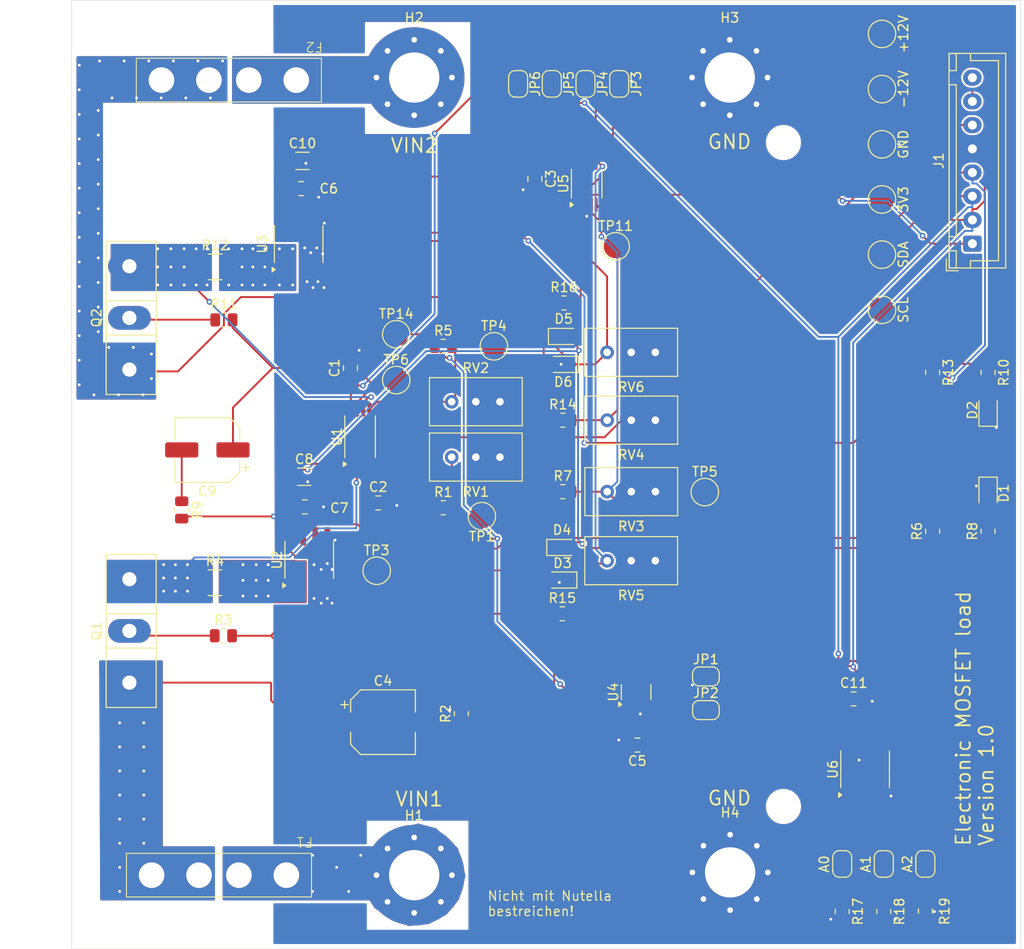
<source format=kicad_pcb>
(kicad_pcb (version 20240108) (generator "pcbnew") (generator_version "8.0")
  (layers (0 "F.Cu" signal) (31 "B.Cu" signal) (34 "B.Paste" user) (35 "F.Paste" user) (36 "B.SilkS" user "B.Silkscreen") (37 "F.SilkS" user "F.Silkscreen") (38 "B.Mask" user) (39 "F.Mask" user) (44 "Edge.Cuts" user))
  (net 0 "")
  (net 1 "-VDC")
  (net 2 "+12V")
  (net 3 "-12V")
  (net 4 "+3V3")
  (net 5 "Net-(C4-Pad1)")
  (net 6 "Net-(C4-Pad2)")
  (net 7 "Net-(C9-Pad1)")
  (net 8 "Net-(C9-Pad2)")
  (net 9 "Net-(D1-A)")
  (net 10 "Net-(D2-A)")
  (net 11 "V_SENSE1")
  (net 12 "V_SENSE2")
  (net 13 "VIN1")
  (net 14 "VIN2")
  (net 15 "SCL")
  (net 16 "D_RDY")
  (net 17 "SDA")
  (net 19 "Net-(JP1-B)")
  (net 20 "Net-(JP3-B)")
  (net 21 "Net-(Q1-S)")
  (net 22 "Net-(Q1-G)")
  (net 23 "Net-(Q2-S)")
  (net 24 "Net-(Q2-G)")
  (net 25 "Net-(U1A-+)")
  (net 26 "V_CTRL")
  (net 27 "Net-(R4-Pad2)")
  (net 28 "Net-(U1B-+)")
  (net 29 "FAULT1")
  (net 30 "C1")
  (net 31 "Net-(U2-VIOUT)")
  (net 32 "FAULT2")
  (net 33 "Net-(R12-Pad2)")
  (net 34 "Net-(U5-AIN1)")
  (net 35 "Net-(U3-VIOUT)")
  (net 36 "Net-(F1-Pad1)")
  (net 37 "Net-(F2-Pad1)")
  (net 38 "Net-(JP7-A)")
  (net 39 "Net-(JP8-A)")
  (net 40 "Net-(JP9-A)")
  (footprint "Capacitor_SMD:C_0805_2012Metric" (layer "F.Cu") (at 74.168 69.858)
    (property "Reference" "C6")
    (property "Value" "100nF")
  )
  (footprint "Fuseholder:BX503-35" (layer "F.Cu") (at 66.56 58.42 180)
    (property "Reference" "F2")
    (property "Value" "7,5A")
  )
  (footprint "Package_SO:SOIC-8_3.9x4.9mm_P1.27mm" (layer "F.Cu") (at 75.031 108.999 90)
    (property "Reference" "U2")
    (property "Value" "ACS71240LLCBTR-010B3")
  )
  (footprint "Resistor_SMD:R_0805_2012Metric" (layer "F.Cu") (at 65.9875 117)
    (property "Reference" "R3")
    (property "Value" "10k")
  )
  (footprint "Capacitor_SMD:C_1206_3216Metric" (layer "F.Cu") (at 74.501 100.236)
    (property "Reference" "C8")
    (property "Value" "10uF T")
  )
  (footprint "Capacitor_SMD:C_0805_2012Metric" (layer "F.Cu") (at 98.806 68.834 -90)
    (property "Reference" "C3")
    (property "Value" "100nF")
  )
  (footprint "Capacitor_SMD:C_0805_2012Metric" (layer "F.Cu") (at 109.601 128.524 180)
    (property "Reference" "C5")
    (property "Value" "100nF")
  )
  (footprint "Jumper:SolderJumper-2_P1.3mm_Open_RoundedPad1.0x1.5mm" (layer "F.Cu") (at 116.825 124.841)
    (property "Reference" "JP2")
    (property "Value" "SolderJumper_2_Open")
  )
  (footprint "Diode_SMD:D_SOD-323" (layer "F.Cu") (at 101.6685 107.696)
    (property "Reference" "D4")
    (property "Value" "1N4148")
  )
  (footprint "Fuseholder:BX503-35" (layer "F.Cu") (at 65.52 142.24 180)
    (property "Reference" "F1")
    (property "Value" "7,5A")
  )
  (footprint "Potentiometer_THT:Potentiometer_Bourns_3296W_Vertical" (layer "F.Cu") (at 90.043 98.171 180)
    (property "Reference" "RV1")
    (property "Value" "1k")
  )
  (footprint "Resistor_SMD:R_0805_2012Metric" (layer "F.Cu") (at 140.716 89.241 -90)
    (property "Reference" "R13")
    (property "Value" "10k")
  )
  (footprint "Jumper:SolderJumper-2_P1.3mm_Open_RoundedPad1.0x1.5mm" (layer "F.Cu") (at 107.69 58.816 -90)
    (property "Reference" "JP3")
    (property "Value" "SolderJumper_2_Open")
  )
  (footprint "Potentiometer_THT:Potentiometer_Bourns_3296W_Vertical" (layer "F.Cu") (at 90.043 92.329 180)
    (property "Reference" "RV2")
    (property "Value" "1k")
  )
  (footprint "TestPoint:TestPoint_Pad_D2.5mm" (layer "F.Cu") (at 84.201 90.043)
    (property "Reference" "TP6")
    (property "Value" "OA2_O")
  )
  (footprint "Capacitor_SMD:C_0805_2012Metric" (layer "F.Cu") (at 132.4 123.658)
    (property "Reference" "C11")
    (property "Value" "100nF")
  )
  (footprint "Resistor_SMD:R_0805_2012Metric" (layer "F.Cu") (at 146.558 105.9815 90)
    (property "Reference" "R8")
    (property "Value" "330")
  )
  (footprint "Resistor_SMD:R_0805_2012Metric" (layer "F.Cu") (at 139.954 146.0265 -90)
    (property "Reference" "R19")
    (property "Value" "10k")
  )
  (footprint "Jumper:SolderJumper-2_P1.3mm_Open_RoundedPad1.0x1.5mm" (layer "F.Cu") (at 131.191 141.057 -90)
    (property "Reference" "JP7" (hide yes))
    (property "Value" "A0")
  )
  (footprint "Jumper:SolderJumper-2_P1.3mm_Open_RoundedPad1.0x1.5mm" (layer "F.Cu") (at 100.59 58.816 -90)
    (property "Reference" "JP5")
    (property "Value" "SolderJumper_2_Open")
  )
  (footprint "Diode_SMD:D_SOD-323" (layer "F.Cu") (at 101.6235 111.125 180)
    (property "Reference" "D3")
    (property "Value" "1N4148")
  )
  (footprint "Diode_SMD:D_SOD-323" (layer "F.Cu") (at 101.7975 88.392 180)
    (property "Reference" "D6")
    (property "Value" "1N4148")
  )
  (footprint "Package_SO:TSSOP-8_4.4x3mm_P0.65mm" (layer "F.Cu") (at 80.391 96.012 90)
    (property "Reference" "U1")
    (property "Value" "LM358")
  )
  (footprint "Capacitor_SMD:CP_Elec_6.3x5.8" (layer "F.Cu") (at 82.804 126.111)
    (property "Reference" "C4")
    (property "Value" "220uF")
  )
  (footprint "Package_TO_SOT_SMD:SOT-23-6" (layer "F.Cu") (at 109.474 122.936 90)
    (property "Reference" "U4")
    (property "Value" "MCP4725xxx-xCH")
  )
  (footprint "Capacitor_SMD:C_1206_3216Metric" (layer "F.Cu") (at 74.314 66.937)
    (property "Reference" "C10")
    (property "Value" "10uF T")
  )
  (footprint "Package_TO_SOT_THT:TO-247-3_Vertical" (layer "F.Cu") (at 56.081 121.94 90)
    (property "Reference" "Q1")
    (property "Value" "NMOS")
  )
  (footprint "Resistor_SMD:R_0805_2012Metric" (layer "F.Cu") (at 89.154 86.487)
    (property "Reference" "R5")
    (property "Value" "22k")
  )
  (footprint "Resistor_SMD:R_0805_2012Metric" (layer "F.Cu") (at 66.04 83.701)
    (property "Reference" "R11")
    (property "Value" "10k")
  )
  (footprint "Package_SO:VSSOP-10_3x3mm_P0.5mm" (layer "F.Cu") (at 104.267 69.342 90)
    (property "Reference" "U5")
    (property "Value" "ADS1115IDGS")
  )
  (footprint "Resistor_SMD:R_1210_3225Metric_Pad1.30x2.65mm_HandSolder" (layer "F.Cu") (at 65.125 78.113)
    (property "Reference" "R12")
    (property "Value" "20m")
  )
  (footprint "MountingHole:MountingHole_3.2mm_M3_DIN965" (layer "F.Cu") (at 125 135)
    (property "Reference" "M3_3" (hide yes))
    (property "Value" "MountingHole_3.2mm_M3_DIN965")
  )
  (footprint "LED_SMD:LED_0805_2012Metric" (layer "F.Cu") (at 146.558 93.2265 90)
    (property "Reference" "D2")
    (property "Value" "LED")
  )
  (footprint "Capacitor_SMD:CP_Elec_6.3x5.8" (layer "F.Cu") (at 64.295 97.409 180)
    (property "Reference" "C9")
    (property "Value" "220uF")
  )
  (footprint "TestPoint:TestPoint_Pad_D2.5mm" (layer "F.Cu") (at 93.218 104.394 180)
    (property "Reference" "TP1")
    (property "Value" "VCTRL_1")
  )
  (footprint "Jumper:SolderJumper-2_P1.3mm_Open_RoundedPad1.0x1.5mm" (layer "F.Cu") (at 116.825 121.291)
    (property "Reference" "JP1")
    (property "Value" "SolderJumper_2_Open")
  )
  (footprint "TestPoint:TestPoint_Pad_D2.5mm" (layer "F.Cu") (at 107.315 75.946)
    (property "Reference" "TP11")
    (property "Value" "ACS2_OUT")
  )
  (footprint "Resistor_SMD:R_0805_2012Metric" (layer "F.Cu") (at 135.5725 146.0735 -90)
    (property "Reference" "R18")
    (property "Value" "10k")
  )
  (footprint "Capacitor_SMD:C_0805_2012Metric" (layer "F.Cu") (at 82.296 102.997)
    (property "Reference" "C2")
    (property "Value" "100nF")
  )
  (footprint "MountingHole:MountingHole_3.2mm_M3_DIN965" (layer "F.Cu") (at 125 65)
    (property "Reference" "M3_1" (hide yes))
    (property "Value" "MountingHole_3.2mm_M3_DIN965")
  )
  (footprint "Potentiometer_THT:Potentiometer_Bourns_3296W_Vertical" (layer "F.Cu") (at 106.426 94.2763 180)
    (property "Reference" "RV4")
    (property "Value" "1k")
  )
  (footprint "Resistor_SMD:R_0805_2012Metric" (layer "F.Cu") (at 101.7505 101.8117)
    (property "Reference" "R7")
    (property "Value" "0")
  )
  (footprint "Potentiometer_THT:Potentiometer_Bourns_3296W_Vertical" (layer "F.Cu") (at 106.426 101.8117 180)
    (property "Reference" "RV3")
    (property "Value" "1k")
  )
  (footprint "Resistor_SMD:R_0805_2012Metric" (layer "F.Cu") (at 101.7505 94.2763)
    (property "Reference" "R14")
    (property "Value" "0")
  )
  (footprint "Connector_JST:JST_XH_B8B-XH-A_1x08_P2.50mm_Vertical" (layer "F.Cu") (at 144.907 75.666 90)
    (property "Reference" "J1")
    (property "Value" "Conn_01x06_Pin")
  )
  (footprint "Resistor_SMD:R_0805_2012Metric" (layer "F.Cu") (at 61.595 103.7355 -90)
    (property "Reference" "R9")
    (property "Value" "100")
  )
  (footprint "TestPoint:TestPoint_Pad_D2.5mm" (layer "F.Cu") (at 84.201 85.217)
    (property "Reference" "TP14")
    (property "Value" "V_CTRL")
  )
  (footprint "Capacitor_SMD:C_0805_2012Metric" (layer "F.Cu") (at 74.581 103.411)
    (property "Reference" "C7")
    (property "Value" "100nF")
  )
  (footprint "Resistor_SMD:R_1210_3225Metric_Pad1.30x2.65mm_HandSolder" (layer "F.Cu") (at 65.096 111.412)
    (property "Reference" "R4")
    (property "Value" "20m")
  )
  (footprint "Capacitor_SMD:C_0805_2012Metric" (layer "F.Cu") (at 79.375 88.773 90)
    (property "Reference" "C1")
    (property "Value" "100nF")
  )
  (footprint "TestPoint:TestPoint_Pad_D2.5mm" (layer "F.Cu") (at 135.382 59.3706 90)
    (property "Reference" "TP12" (hide yes))
    (property "Value" "-12V")
  )
  (footprint "TestPoint:TestPoint_Pad_D2.5mm" (layer "F.Cu") (at 116.713 101.854)
    (property "Reference" "TP5")
    (property "Value" "ACS1_OUT")
  )
  (footprint "Resistor_SMD:R_0805_2012Metric" (layer "F.Cu") (at 146.558 89.241 -90)
    (property "Reference" "R10")
    (property "Value" "330")
  )
  (footprint "TestPoint:TestPoint_Pad_D2.5mm" (layer "F.Cu") (at 94.488 86.487)
    (property "Reference" "TP4")
    (property "Value" "VCTRL_2")
  )
  (footprint "TestPoint:TestPoint_Pad_D2.5mm" (layer "F.Cu") (at 135.382 53.554 90)
    (property "Reference" "TP13" (hide yes))
    (property "Value" "+12V")
  )
  (footprint "MountingHole:MountingHole_5.3mm_M5_Pad_Via" (layer "F.Cu") (at 119.38 141.948)
    (property "Reference" "H4")
    (property "Value" "GND")
  )
  (footprint "Jumper:SolderJumper-2_P1.3mm_Open_RoundedPad1.0x1.5mm" (layer "F.Cu") (at 139.954 141.057 -90)
    (property "Reference" "JP9" (hide yes))
    (property "Value" "A2")
  )
  (footprint "Jumper:SolderJumper-2_P1.3mm_Open_RoundedPad1.0x1.5mm" (layer "F.Cu") (at 135.5725 141.057 -90)
    (property "Reference" "JP8" (hide yes))
    (property "Value" "A1")
  )
  (footprint "Package_TO_SOT_THT:TO-247-3_Vertical" (layer "F.Cu") (at 56.081 88.94 90)
    (property "Reference" "Q2")
    (property "Value" "NMOS")
  )
  (footprint "TestPoint:TestPoint_Pad_D2.5mm" (layer "F.Cu") (at 135.382 65.1872 90)
    (property "Reference" "TP10" (hide yes))
    (property "Value" "GND")
  )
  (footprint "Package_SO:SOIC-8_3.9x4.9mm_P1.27mm" (layer "F.Cu") (at 133.604 131.086 90)
    (property "Reference" "U6")
    (property "Value" "24LC32")
  )
  (footprint "Potentiometer_THT:Potentiometer_Bourns_3296W_Vertical" (layer "F.Cu") (at 106.416 109.093 180)
    (property "Reference" "RV5")
    (property "Value" "1k")
  )
  (footprint "Resistor_SMD:R_0805_2012Metric" (layer "F.Cu") (at 101.8775 81.915)
    (property "Reference" "R16")
    (property "Value" "8.2k")
  )
  (footprint "TestPoint:TestPoint_Pad_D2.5mm" (layer "F.Cu") (at 82.14 110.142)
    (property "Reference" "TP3")
    (property "Value" "OA1_O")
  )
  (footprint "MountingHole:MountingHole_5.3mm_M5_Pad_Via" (layer "F.Cu") (at 119.342 58.1493)
    (property "Reference" "H3")
    (property "Value" "GND")
  )
  (footprint "Resistor_SMD:R_0805_2012Metric" (layer "F.Cu") (at 101.7035 114.681)
    (property "Reference" "R15")
    (property "Value" "8.2k")
  )
  (footprint "MountingHole:MountingHole_3.2mm_M3_DIN965" (layer "F.Cu") (at 55 100)
    (property "Reference" "M3_2" (hide yes))
    (property "Value" "MountingHole_3.2mm_M3_DIN965")
  )
  (footprint "TestPoint:TestPoint_Pad_D2.5mm" (layer "F.Cu") (at 135.382 82.637 90)
    (property "Reference" "TP8" (hide yes))
    (property "Value" "SCL")
  )
  (footprint "Resistor_SMD:R_0805_2012Metric" (layer "F.Cu") (at 89.154 103.505)
    (property "Reference" "R1")
    (property "Value" "22k")
  )
  (footprint "Resistor_SMD:R_0805_2012Metric" (layer "F.Cu") (at 91.059 125.222 90)
    (property "Reference" "R2")
    (property "Value" "100")
  )
  (footprint "Diode_SMD:D_SOD-323" (layer "F.Cu") (at 101.8425 85.442)
    (property "Reference" "D5")
    (property "Value" "1N4148")
  )
  (footprint "Jumper:SolderJumper-2_P1.3mm_Open_RoundedPad1.0x1.5mm" (layer "F.Cu") (at 97.04 58.816 -90)
    (property "Reference" "JP6")
    (property "Value" "SolderJumper_2_Open")
  )
  (footprint "MountingHole:MountingHole_5.3mm_M5_Pad_Via" (layer "F.Cu") (at 86.0893 142.24)
    (property "Reference" "H1")
    (property "Value" "IN_MOS1")
  )
  (footprint "Jumper:SolderJumper-2_P1.3mm_Open_RoundedPad1.0x1.5mm" (layer "F.Cu") (at 104.14 58.816 -90)
    (property "Reference" "JP4")
    (property "Value" "SolderJumper_2_Open")
  )
  (footprint "Package_SO:SOIC-8_3.9x4.9mm_P1.27mm" (layer "F.Cu") (at 73.914 75.7 90)
    (property "Reference" "U3")
    (property "Value" "ACS71240LLCBTR-010B3")
  )
  (footprint "Resistor_SMD:R_0805_2012Metric" (layer "F.Cu") (at 131.191 146.0735 -90)
    (property "Reference" "R17")
    (property "Value" "10k")
  )
  (footprint "LED_SMD:LED_0805_2012Metric" (layer "F.Cu") (at 146.558 101.966 -90)
    (property "Reference" "D1")
    (property "Value" "LED")
  )
  (footprint "TestPoint:TestPoint_Pad_D2.5mm" (layer "F.Cu") (at 135.382 76.8204 90)
    (property "Reference" "TP7" (hide yes))
    (property "Value" "SDA")
  )
  (footprint "Potentiometer_THT:Potentiometer_Bourns_3296W_Vertical" (layer "F.Cu") (at 106.416 87.122 180)
    (property "Reference" "RV6")
    (property "Value" "1k")
  )
  (footprint "TestPoint:TestPoint_Pad_D2.5mm" (layer "F.Cu") (at 135.382 71.0038 90)
    (property "Reference" "TP9" (hide yes))
    (property "Value" "3V3")
  )
  (footprint "Resistor_SMD:R_0805_2012Metric" (layer "F.Cu") (at 140.716 105.9815 90)
    (property "Reference" "R6")
    (property "Value" "10k")
  )
  (footprint "MountingHole:MountingHole_5.3mm_M5_Pad_Via" (layer "F.Cu") (at 86.0893 58.1493)
    (property "Reference" "H2")
    (property "Value" "IN_MOS2")
  )
  (gr_rect (start 50 50) (end 150 150) (stroke (width 0.05)) (fill none) (layer "Edge.Cuts"))
  (gr_text "VIN2\n" (at 83.5 66.2 0) (layer "F.SilkS") (effects (font (size 1.5 1.5) (thickness 0.1875)) (justify left bottom)))
  (gr_text "VIN1" (at 84 135.1 0) (layer "F.SilkS") (effects (font (size 1.5 1.5) (thickness 0.1875)) (justify left bottom)))
  (gr_text "GND" (at 116.9 65.8 0) (layer "F.SilkS") (effects (font (size 1.5 1.5) (thickness 0.1875)) (justify left bottom)))
  (gr_text "GND\n" (at 116.9 135 0) (layer "F.SilkS") (effects (font (size 1.5 1.5) (thickness 0.1875)) (justify left bottom)))
  (gr_text_box "Electronic MOSFET load\nVersion 1.0 " (start 141.95 140.4) (end 148.05 109.3) (angle 90) (layer "F.SilkS") (effects (font (size 1.5 1.5) (thickness 0.1875)) (justify left top)) (border no) (stroke (width 0.2)))
  (gr_text_box "Nicht mit Nutella bestreichen!" (start 93 143.1) (end 113.6 147.3) (layer "F.SilkS") (effects (font (size 1 1) (thickness 0.125)) (justify left top)) (border no) (stroke (width 0.2)))
  (segment (start 74.8758 100.765) (end 75.4474 100.765) (width 0.2) (layer "F.Cu") (net 1))
  (segment (start 76.5339 103.411) (end 75.531 103.411) (width 0.2) (layer "F.Cu") (net 1))
  (segment (start 135.672 146.886) (end 135.5725 146.9855) (width 0.2) (layer "F.Cu") (net 1))
  (segment (start 100.6995 111.251) (end 100.5735 111.125) (width 0.2) (layer "F.Cu") (net 1))
  (segment (start 109.474 124.074) (end 109.474 124.0735) (width 0.2) (layer "F.Cu") (net 1))
  (segment (start 109.474 124.788) (end 109.474 124.074) (width 0.2) (layer "F.Cu") (net 1))
  (segment (start 89.8495 124.794) (end 90.575 124.794) (width 0.2) (layer "F.Cu") (net 1))
  (segment (start 140.811 146.082) (end 139.954 146.939) (width 0.2) (layer "F.Cu") (net 1))
  (segment (start 146.379 101.207) (end 146.4685 101.1175) (width 0.2) (layer "F.Cu") (net 1))
  (segment (start 108.124 127.997) (end 108.651 128.524) (width 0.2) (layer "F.Cu") (net 1))
  (segment (start 131.091 146.886) (end 131.191 146.986) (width 0.2) (layer "F.Cu") (net 1))
  (segment (start 77.7477 106.914) (end 77.3265 106.914) (width 0.2) (layer "F.Cu") (net 1))
  (segment (start 75.4474 100.765) (end 75.976 100.236) (width 0.2) (layer "F.Cu") (net 1))
  (segment (start 108.011 58.487) (end 107.69 58.166) (width 0.2) (layer "F.Cu") (net 1))
  (segment (start 97.5668 69.9792) (end 98.6108 69.9792) (width 0.2) (layer "F.Cu") (net 1))
  (segment (start 134.356 123.906) (end 133.598 123.906) (width 0.2) (layer "F.Cu") (net 1))
  (segment (start 107.642 127.997) (end 108.124 127.997) (width 0.2) (layer "F.Cu") (net 1))
  (segment (start 71.2857 104.42) (end 61.8231 104.42) (width 0.2) (layer "F.Cu") (net 1))
  (segment (start 90.575 124.794) (end 91.059 124.31) (width 0.2) (layer "F.Cu") (net 1))
  (segment (start 100.825 111.377) (end 100.6995 111.251) (width 0.2) (layer "F.Cu") (net 1))
  (segment (start 133.598 123.906) (end 133.35 123.658) (width 0.2) (layer "F.Cu") (net 1))
  (segment (start 80.2911 86.9069) (end 79.375 87.823) (width 0.2) (layer "F.Cu") (net 1))
  (segment (start 98.6108 69.9792) (end 98.806 69.784) (width 0.2) (layer "F.Cu") (net 1))
  (segment (start 146.4685 101.1175) (end 146.469 101.1175) (width 0.2) (layer "F.Cu") (net 1))
  (segment (start 135.5725 146.9855) (end 135.5725 146.986) (width 0.2) (layer "F.Cu") (net 1))
  (segment (start 145.327 101.207) (end 146.379 101.207) (width 0.2) (layer "F.Cu") (net 1))
  (segment (start 75.5305 67.1955) (end 75.789 66.937) (width 0.2) (layer "F.Cu") (net 1))
  (segment (start 104.267 71.542) (end 104.267 72.7708) (width 0.2) (layer "F.Cu") (net 1))
  (segment (start 137.149 65.1695) (end 135.4 65.1695) (width 0.2) (layer "F.Cu") (net 1))
  (segment (start 129.981 146.886) (end 131.091 146.886) (width 0.2) (layer "F.Cu") (net 1))
  (segment (start 109.921 125.235) (end 109.474 124.788) (width 0.2) (layer "F.Cu") (net 1))
  (segment (start 101.57 88.3811) (end 100.758 88.3811) (width 0.2) (layer "F.Cu") (net 1))
  (segment (start 76.0256 70.7656) (end 75.118 69.858) (width 0.2) (layer "F.Cu") (net 1))
  (segment (start 140.902 146.082) (end 140.811 146.082) (width 0.2) (layer "F.Cu") (net 1))
  (segment (start 76.0932 73.4992) (end 75.819 73.225) (width 0.2) (layer "F.Cu") (net 1))
  (segment (start 146.469 101.1175) (end 146.558 101.0285) (width 0.2) (layer "F.Cu") (net 1))
  (segment (start 91.059 124.31) (end 91.059 124.3095) (width 0.2) (layer "F.Cu") (net 1))
  (segment (start 76.6218 73.4992) (end 76.0932 73.4992) (width 0.2) (layer "F.Cu") (net 1))
  (segment (start 136.787 146.886) (end 135.672 146.886) (width 0.2) (layer "F.Cu") (net 1))
  (segment (start 115.397 122.188) (end 116.175 121.409) (width 0.2) (layer "F.Cu") (net 1))
  (segment (start 136.336 133.891) (end 135.839 133.891) (width 0.2) (layer "F.Cu") (net 1))
  (segment (start 101.386 111.377) (end 100.825 111.377) (width 0.2) (layer "F.Cu") (net 1))
  (segment (start 100.6995 111.251) (end 100.574 111.125) (width 0.2) (layer "F.Cu") (net 1))
  (segment (start 61.8231 104.42) (end 61.595 104.648) (width 0.2) (layer "F.Cu") (net 1))
  (segment (start 135.839 133.891) (end 135.509 133.561) (width 0.2) (layer "F.Cu") (net 1))
  (segment (start 84.2571 103.261) (end 83.5101 103.261) (width 0.2) (layer "F.Cu") (net 1))
  (segment (start 108.959 58.487) (end 108.011 58.487) (width 0.2) (layer "F.Cu") (net 1))
  (segment (start 132.969 128.611) (end 132.969 130.1) (width 0.2) (layer "F.Cu") (net 1))
  (segment (start 146.4685 101.1175) (end 146.558 101.028) (width 0.2) (layer "F.Cu") (net 1))
  (segment (start 135.5725 146.9855) (end 135.572 146.986) (width 0.2) (layer "F.Cu") (net 1))
  (segment (start 77.3265 106.914) (end 76.936 106.524) (width 0.2) (layer "F.Cu") (net 1))
  (segment (start 83.5101 103.261) (end 83.246 102.997) (width 0.2) (layer "F.Cu") (net 1))
  (segment (start 100.758 88.3811) (end 100.748 88.392) (width 0.2) (layer "F.Cu") (net 1))
  (segment (start 135.4 65.1695) (end 135.382 65.1872) (width 0.2) (layer "F.Cu") (net 1))
  (segment (start 116.175 121.409) (end 116.175 121.291) (width 0.2) (layer "F.Cu") (net 1))
  (segment (start 74.6784 67.1955) (end 75.5305 67.1955) (width 0.2) (layer "F.Cu") (net 1))
  (segment (start 147.442 95.0481) (end 146.558 94.164) (width 0.2) (layer "F.Cu") (net 1))
  (via (at 109.921 125.235) (size 0.6) (drill 0.3) (layers "F.Cu" "B.Cu") (net 1))
  (via (at 76.933 113.063) (size 0.6) (drill 0.3) (layers "F.Cu" "B.Cu") (net 1))
  (via (at 77.441 110.015) (size 0.6) (drill 0.3) (layers "F.Cu" "B.Cu") (net 1))
  (via (at 75.819 76.109) (size 0.6) (drill 0.3) (layers "F.Cu" "B.Cu") (net 1))
  (via (at 134.356 123.906) (size 0.6) (drill 0.3) (layers "F.Cu" "B.Cu") (net 1))
  (via (at 74.8758 100.765) (size 0.6) (drill 0.3) (layers "F.Cu" "B.Cu") (net 1))
  (via (at 140.902 146.082) (size 0.6) (drill 0.3) (layers "F.Cu" "B.Cu") (net 1))
  (via (at 76.298 110.015) (size 0.6) (drill 0.3) (layers "F.Cu" "B.Cu") (net 1))
  (via (at 101.386 111.377) (size 0.6) (drill 0.3) (layers "F.Cu" "B.Cu") (net 1))
  (via (at 107.642 127.997) (size 0.6) (drill 0.3) (layers "F.Cu" "B.Cu") (net 1))
  (via (at 71.2857 104.42) (size 0.6) (drill 0.3) (layers "F.Cu" "B.Cu") (net 1))
  (via (at 129.981 146.886) (size 0.6) (drill 0.3) (layers "F.Cu" "B.Cu") (net 1))
  (via (at 84.2571 103.261) (size 0.6) (drill 0.3) (layers "F.Cu" "B.Cu") (net 1))
  (via (at 101.57 88.3811) (size 0.6) (drill 0.3) (layers "F.Cu" "B.Cu") (net 1))
  (via (at 108.959 58.487) (size 0.6) (drill 0.3) (layers "F.Cu" "B.Cu") (net 1))
  (via (at 75.536 109.507) (size 0.6) (drill 0.3) (layers "F.Cu" "B.Cu") (net 1))
  (via (at 76.454 76.744) (size 0.6) (drill 0.3) (layers "F.Cu" "B.Cu") (net 1))
  (via (at 80.2911 86.9069) (size 0.6) (drill 0.3) (layers "F.Cu" "B.Cu") (net 1))
  (via (at 137.149 65.1695) (size 0.6) (drill 0.3) (layers "F.Cu" "B.Cu") (net 1))
  (via (at 147.442 95.0481) (size 0.6) (drill 0.3) (layers "F.Cu" "B.Cu") (net 1))
  (via (at 76.6218 73.4992) (size 0.6) (drill 0.3) (layers "F.Cu" "B.Cu") (net 1))
  (via (at 136.336 133.891) (size 0.6) (drill 0.3) (layers "F.Cu" "B.Cu") (net 1))
  (via (at 97.5668 69.9792) (size 0.6) (drill 0.3) (layers "F.Cu" "B.Cu") (net 1))
  (via (at 89.8495 124.794) (size 0.6) (drill 0.3) (layers "F.Cu" "B.Cu") (net 1))
  (via (at 74.6784 67.1955) (size 0.6) (drill 0.3) (layers "F.Cu" "B.Cu") (net 1))
  (via (at 74.803 79.665) (size 0.6) (drill 0.3) (layers "F.Cu" "B.Cu") (net 1))
  (via (at 76.5339 103.411) (size 0.6) (drill 0.3) (layers "F.Cu" "B.Cu") (net 1))
  (via (at 74.549 76.109) (size 0.6) (drill 0.3) (layers "F.Cu" "B.Cu") (net 1))
  (via (at 76.298 113.571) (size 0.6) (drill 0.3) (layers "F.Cu" "B.Cu") (net 1))
  (via (at 77.7477 106.914) (size 0.6) (drill 0.3) (layers "F.Cu" "B.Cu") (net 1))
  (via (at 145.327 101.207) (size 0.6) (drill 0.3) (layers "F.Cu" "B.Cu") (net 1))
  (via (at 76.933 109.38) (size 0.6) (drill 0.3) (layers "F.Cu" "B.Cu") (net 1))
  (via (at 75.184 76.617) (size 0.6) (drill 0.3) (layers "F.Cu" "B.Cu") (net 1))
  (via (at 115.397 122.188) (size 0.6) (drill 0.3) (layers "F.Cu" "B.Cu") (net 1))
  (via (at 104.267 72.7708) (size 0.6) (drill 0.3) (layers "F.Cu" "B.Cu") (net 1))
  (via (at 75.536 113.063) (size 0.6) (drill 0.3) (layers "F.Cu" "B.Cu") (net 1))
  (via (at 75.438 80.3) (size 0.6) (drill 0.3) (layers "F.Cu" "B.Cu") (net 1))
  (via (at 75.946 79.665) (size 0.6) (drill 0.3) (layers "F.Cu" "B.Cu") (net 1))
  (via (at 136.787 146.886) (size 0.6) (drill 0.3) (layers "F.Cu" "B.Cu") (net 1))
  (via (at 76.0256 70.7656) (size 0.6) (drill 0.3) (layers "F.Cu" "B.Cu") (net 1))
  (via (at 77.441 113.571) (size 0.6) (drill 0.3) (layers "F.Cu" "B.Cu") (net 1))
  (via (at 132.969 130.1) (size 0.6) (drill 0.3) (layers "F.Cu" "B.Cu") (net 1))
  (via (at 76.581 80.3) (size 0.6) (drill 0.3) (layers "F.Cu" "B.Cu") (net 1))
  (segment (start 88.4998 63.7904) (end 88.2485 64.0417) (width 0.2) (layer "F.Cu") (net 2))
  (segment (start 135.382 53.554) (end 133.546 51.7184) (width 0.2) (layer "F.Cu") (net 2))
  (segment (start 133.546 51.7184) (end 100.572 51.7184) (width 0.2) (layer "F.Cu") (net 2))
  (segment (start 100.572 51.7184) (end 88.5 63.7904) (width 0.2) (layer "F.Cu") (net 2))
  (segment (start 79.375 89.723) (end 79.416 89.764) (width 0.2) (layer "F.Cu") (net 2))
  (segment (start 144.907 59.5143) (end 141.342 59.5143) (width 0.2) (layer "F.Cu") (net 2))
  (segment (start 80.2909 90.6389) (end 80.6827 90.6389) (width 0.2) (layer "F.Cu") (net 2))
  (segment (start 88.5 63.7904) (end 88.4998 63.7904) (width 0.2) (layer "F.Cu") (net 2))
  (segment (start 79.375 89.723) (end 79.416 89.764) (width 0.2) (layer "F.Cu") (net 2))
  (segment (start 141.342 59.5143) (end 135.382 53.554) (width 0.2) (layer "F.Cu") (net 2))
  (segment (start 79.416 89.764) (end 79.416 93.1495) (width 0.2) (layer "F.Cu") (net 2))
  (segment (start 79.416 89.764) (end 80.2909 90.6389) (width 0.2) (layer "F.Cu") (net 2))
  (segment (start 144.907 60.666) (end 144.907 59.5143) (width 0.2) (layer "F.Cu") (net 2))
  (via (at 88.2485 64.0417) (size 0.6) (drill 0.3) (layers "F.Cu" "B.Cu") (net 2))
  (via (at 80.6827 90.6389) (size 0.6) (drill 0.3) (layers "F.Cu" "B.Cu") (net 2))
  (segment (start 88.2485 64.0417) (end 88.2485 83.0731) (width 0.2) (layer "B.Cu") (net 2))
  (segment (start 88.2485 83.0731) (end 80.6827 90.6389) (width 0.2) (layer "B.Cu") (net 2))
  (segment (start 84.1714 96.0691) (end 84.1714 96.069) (width 0.2) (layer "F.Cu") (net 3))
  (segment (start 106.146 96.069) (end 107.901 94.3145) (width 0.2) (layer "F.Cu") (net 3))
  (segment (start 81.366 102.977) (end 81.346 102.997) (width 0.2) (layer "F.Cu") (net 3))
  (segment (start 139.177 64.0565) (end 139.177 63.166) (width 0.2) (layer "F.Cu") (net 3))
  (segment (start 81.366 98.8745) (end 84.1714 96.0691) (width 0.2) (layer "F.Cu") (net 3))
  (segment (start 84.1714 96.069) (end 106.146 96.069) (width 0.2) (layer "F.Cu") (net 3))
  (segment (start 130.04 71.747) (end 131.487 71.747) (width 0.2) (layer "F.Cu") (net 3))
  (segment (start 81.366 98.8745) (end 81.366 102.977) (width 0.2) (layer "F.Cu") (net 3))
  (segment (start 107.901 93.8861) (end 130.04 71.747) (width 0.2) (layer "F.Cu") (net 3))
  (segment (start 131.487 71.747) (end 139.177 64.0565) (width 0.2) (layer "F.Cu") (net 3))
  (segment (start 144.907 63.166) (end 139.177 63.166) (width 0.2) (layer "F.Cu") (net 3))
  (segment (start 139.177 63.166) (end 135.382 59.3706) (width 0.2) (layer "F.Cu") (net 3))
  (segment (start 107.901 94.3145) (end 107.901 93.8861) (width 0.2) (layer "F.Cu") (net 3))
  (segment (start 98.806 67.884) (end 99.4927 68.5707) (width 0.2) (layer "F.Cu") (net 4))
  (segment (start 72.839 67.7709) (end 72.839 66.937) (width 0.2) (layer "F.Cu") (net 4))
  (segment (start 147.265 107.752) (end 104.239 107.752) (width 0.2) (layer "F.Cu") (net 4))
  (segment (start 73.126 104.568) (end 73.126 105.546) (width 0.2) (layer "F.Cu") (net 4))
  (segment (start 104.372 125.862) (end 100.837 122.327) (width 0.2) (layer "F.Cu") (net 4))
  (segment (start 104.524 58.166) (end 105.22 58.8613) (width 0.2) (layer "F.Cu") (net 4))
  (segment (start 132.334 129.246) (end 132.334 140.993) (width 0.2) (layer "F.Cu") (net 4))
  (segment (start 105.22 58.8613) (end 105.22 63.8278) (width 0.2) (layer "F.Cu") (net 4))
  (segment (start 100.6185 107.696) (end 100.6183 107.6958) (width 0.2) (layer "F.Cu") (net 4))
  (segment (start 100.7925 85.442) (end 100.7923 85.4422) (width 0.2) (layer "F.Cu") (net 4))
  (segment (start 73.3285 100.5385) (end 73.026 100.236) (width 0.2) (layer "F.Cu") (net 4))
  (segment (start 100.618 107.696) (end 100.6183 107.6957) (width 0.2) (layer "F.Cu") (net 4))
  (segment (start 147.147 105.982) (end 147.586 106.421) (width 0.2) (layer "F.Cu") (net 4))
  (segment (start 110.424 124.074) (end 111.086 124.736) (width 0.2) (layer "F.Cu") (net 4))
  (segment (start 73.218 69.858) (end 72.009 71.067) (width 0.2) (layer "F.Cu") (net 4))
  (segment (start 72.009 71.067) (end 72.009 73.225) (width 0.2) (layer "F.Cu") (net 4))
  (segment (start 110.424 124.074) (end 110.424 124.0735) (width 0.2) (layer "F.Cu") (net 4))
  (segment (start 141.076 89.7932) (end 140.716 90.1535) (width 0.2) (layer "F.Cu") (net 4))
  (segment (start 103.625 80.0134) (end 96.9558 73.3444) (width 0.2) (layer "F.Cu") (net 4))
  (segment (start 147.586 107.43) (end 147.265 107.752) (width 0.2) (layer "F.Cu") (net 4))
  (segment (start 96.9558 73.3444) (end 96.9558 69.0309) (width 0.2) (layer "F.Cu") (net 4))
  (segment (start 103.664 68.5707) (end 104.267 67.9681) (width 0.2) (layer "F.Cu") (net 4))
  (segment (start 132.188 143.31) (end 134.906 146.028) (width 0.2) (layer "F.Cu") (net 4))
  (segment (start 103.625 85.6506) (end 103.625 80.0134) (width 0.2) (layer "F.Cu") (net 4))
  (segment (start 97.2744 111.04) (end 100.618 107.696) (width 0.2) (layer "F.Cu") (net 4))
  (segment (start 73.126 104.568) (end 73.631 104.063) (width 0.2) (layer "F.Cu") (net 4))
  (segment (start 142.812 89.7932) (end 141.076 89.7932) (width 0.2) (layer "F.Cu") (net 4))
  (segment (start 101.17 107.144) (end 103.632 107.144) (width 0.2) (layer "F.Cu") (net 4))
  (segment (start 72.839 67.7709) (end 73.218 68.1499) (width 0.2) (layer "F.Cu") (net 4))
  (segment (start 98.663 111.04) (end 97.2744 111.04) (width 0.2) (layer "F.Cu") (net 4))
  (segment (start 131.45 128.362) (end 131.699 128.611) (width 0.2) (layer "F.Cu") (net 4))
  (segment (start 103.288 85.9877) (end 103.625 85.6506) (width 0.2) (layer "F.Cu") (net 4))
  (segment (start 111.086 124.841) (end 111.086 125.326) (width 0.2) (layer "F.Cu") (net 4))
  (segment (start 135.5725 141.707) (end 135.572 141.707) (width 0.2) (layer "F.Cu") (net 4))
  (segment (start 136.578 145.657) (end 136.578 141.707) (width 0.2) (layer "F.Cu") (net 4))
  (segment (start 132.334 140.993) (end 132.188 141.139) (width 0.2) (layer "F.Cu") (net 4))
  (segment (start 116.175 124.841) (end 111.086 124.841) (width 0.2) (layer "F.Cu") (net 4))
  (segment (start 147.586 106.421) (end 147.586 107.43) (width 0.2) (layer "F.Cu") (net 4))
  (segment (start 144.907 68.166) (end 138.22 68.166) (width 0.2) (layer "F.Cu") (net 4))
  (segment (start 99.4927 68.5707) (end 103.664 68.5707) (width 0.2) (layer "F.Cu") (net 4))
  (segment (start 101.338 85.9877) (end 103.288 85.9877) (width 0.2) (layer "F.Cu") (net 4))
  (segment (start 110.551 125.862) (end 104.372 125.862) (width 0.2) (layer "F.Cu") (net 4))
  (segment (start 73.218 68.1499) (end 73.218 68.5909) (width 0.2) (layer "F.Cu") (net 4))
  (segment (start 131.62 141.707) (end 131.191 141.707) (width 0.2) (layer "F.Cu") (net 4))
  (segment (start 103.288 86.7695) (end 103.288 85.9877) (width 0.2) (layer "F.Cu") (net 4))
  (segment (start 100.837 117.75) (end 101.652 116.936) (width 0.2) (layer "F.Cu") (net 4))
  (segment (start 73.3285 100.5385) (end 74.3801 99.4869) (width 0.2) (layer "F.Cu") (net 4))
  (segment (start 100.837 122.327) (end 100.837 117.75) (width 0.2) (layer "F.Cu") (net 4))
  (segment (start 140.716 105.069) (end 140.716 90.1535) (width 0.2) (layer "F.Cu") (net 4))
  (segment (start 96.5158 68.5909) (end 96.9558 69.0309) (width 0.2) (layer "F.Cu") (net 4))
  (segment (start 104.239 107.752) (end 103.802 107.314) (width 0.2) (layer "F.Cu") (net 4))
  (segment (start 100.6183 107.6958) (end 100.6183 107.6957) (width 0.2) (layer "F.Cu") (net 4))
  (segment (start 73.126 105.546) (end 73.126 106.524) (width 0.2) (layer "F.Cu") (net 4))
  (segment (start 110.551 125.862) (end 110.551 128.524) (width 0.2) (layer "F.Cu") (net 4))
  (segment (start 100.7923 85.4422) (end 101.338 85.9877) (width 0.2) (layer "F.Cu") (net 4))
  (segment (start 131.699 128.611) (end 132.334 129.246) (width 0.2) (layer "F.Cu") (net 4))
  (segment (start 73.218 68.5909) (end 96.5158 68.5909) (width 0.2) (layer "F.Cu") (net 4))
  (segment (start 105.22 63.8278) (end 104.267 64.7805) (width 0.2) (layer "F.Cu") (net 4))
  (segment (start 111.086 124.736) (end 111.086 124.841) (width 0.2) (layer "F.Cu") (net 4))
  (segment (start 119.507 128.611) (end 131.699 128.611) (width 0.2) (layer "F.Cu") (net 4))
  (segment (start 132.188 141.139) (end 131.62 141.707) (width 0.2) (layer "F.Cu") (net 4))
  (segment (start 73.631 103.411) (end 73.631 100.841) (width 0.2) (layer "F.Cu") (net 4))
  (segment (start 139.954 141.707) (end 136.578 141.707) (width 0.2) (layer "F.Cu") (net 4))
  (segment (start 101.652 114.029) (end 98.663 111.04) (width 0.2) (layer "F.Cu") (net 4))
  (segment (start 131.45 123.658) (end 131.45 128.362) (width 0.2) (layer "F.Cu") (net 4))
  (segment (start 100.6183 107.6957) (end 101.17 107.144) (width 0.2) (layer "F.Cu") (net 4))
  (segment (start 104.267 64.7805) (end 104.267 67.142) (width 0.2) (layer "F.Cu") (net 4))
  (segment (start 140.716 105.069) (end 141.628 105.982) (width 0.2) (layer "F.Cu") (net 4))
  (segment (start 116.175 124.841) (end 116.175 125.279) (width 0.2) (layer "F.Cu") (net 4))
  (segment (start 96.9558 69.0309) (end 97.6591 69.0309) (width 0.2) (layer "F.Cu") (net 4))
  (segment (start 97.6591 69.0309) (end 98.806 67.884) (width 0.2) (layer "F.Cu") (net 4))
  (segment (start 134.906 146.028) (end 136.208 146.028) (width 0.2) (layer "F.Cu") (net 4))
  (segment (start 103.435 86.917) (end 103.288 86.7695) (width 0.2) (layer "F.Cu") (net 4))
  (segment (start 73.631 104.063) (end 73.631 103.411) (width 0.2) (layer "F.Cu") (net 4))
  (segment (start 104.267 67.9681) (end 104.267 67.142) (width 0.2) (layer "F.Cu") (net 4))
  (segment (start 73.631 100.841) (end 73.3285 100.5385) (width 0.2) (layer "F.Cu") (net 4))
  (segment (start 101.652 116.936) (end 101.652 114.029) (width 0.2) (layer "F.Cu") (net 4))
  (segment (start 73.218 68.5909) (end 73.218 69.858) (width 0.2) (layer "F.Cu") (net 4))
  (segment (start 132.188 141.139) (end 132.188 143.31) (width 0.2) (layer "F.Cu") (net 4))
  (segment (start 136.208 146.028) (end 136.578 145.657) (width 0.2) (layer "F.Cu") (net 4))
  (segment (start 104.14 58.166) (end 104.524 58.166) (width 0.2) (layer "F.Cu") (net 4))
  (segment (start 141.628 105.982) (end 147.147 105.982) (width 0.2) (layer "F.Cu") (net 4))
  (segment (start 74.3801 99.4869) (end 74.8552 99.4869) (width 0.2) (layer "F.Cu") (net 4))
  (segment (start 111.086 125.326) (end 110.551 125.862) (width 0.2) (layer "F.Cu") (net 4))
  (segment (start 73.126 106.524) (end 73.126 106.881) (width 0.2) (layer "F.Cu") (net 4))
  (segment (start 116.175 125.279) (end 119.507 128.611) (width 0.2) (layer "F.Cu") (net 4))
  (segment (start 103.632 107.144) (end 103.802 107.314) (width 0.2) (layer "F.Cu") (net 4))
  (segment (start 136.578 141.707) (end 135.5725 141.707) (width 0.2) (layer "F.Cu") (net 4))
  (segment (start 138.22 68.166) (end 135.382 71.0038) (width 0.2) (layer "F.Cu") (net 4))
  (segment (start 100.792 85.442) (end 100.7923 85.4422) (width 0.2) (layer "F.Cu") (net 4))
  (via (at 142.812 89.7932) (size 0.6) (drill 0.3) (layers "F.Cu" "B.Cu") (net 4))
  (via (at 74.8552 99.4869) (size 0.6) (drill 0.3) (layers "F.Cu" "B.Cu") (net 4))
  (via (at 103.435 86.917) (size 0.6) (drill 0.3) (layers "F.Cu" "B.Cu") (net 4))
  (via (at 103.802 107.314) (size 0.6) (drill 0.3) (layers "F.Cu" "B.Cu") (net 4))
  (segment (start 146.237 70.216) (end 146.237 86.3681) (width 0.2) (layer "B.Cu") (net 4))
  (segment (start 103.802 107.314) (end 103.36 106.872) (width 0.2) (layer "B.Cu") (net 4))
  (segment (start 146.237 86.3681) (end 142.812 89.7932) (width 0.2) (layer "B.Cu") (net 4))
  (segment (start 144.907 69.3177) (end 145.339 69.3177) (width 0.2) (layer "B.Cu") (net 4))
  (segment (start 87.3494 86.9927) (end 103.36 86.9927) (width 0.2) (layer "B.Cu") (net 4))
  (segment (start 103.36 86.9927) (end 103.435 86.917) (width 0.2) (layer "B.Cu") (net 4))
  (segment (start 145.339 69.3177) (end 146.237 70.216) (width 0.2) (layer "B.Cu") (net 4))
  (segment (start 74.8552 99.4869) (end 87.3494 86.9927) (width 0.2) (layer "B.Cu") (net 4))
  (segment (start 103.36 106.872) (end 103.36 86.9927) (width 0.2) (layer "B.Cu") (net 4))
  (segment (start 144.907 68.166) (end 144.907 69.3177) (width 0.2) (layer "B.Cu") (net 4))
  (segment (start 72.0482 115.9448) (end 76.3372 115.9448) (width 0.2) (layer "F.Cu") (net 5))
  (segment (start 73.7952 108.745) (end 80.743 108.745) (width 0.2) (layer "F.Cu") (net 5))
  (segment (start 80.743 108.745) (end 82.14 110.142) (width 0.2) (layer "F.Cu") (net 5))
  (segment (start 76.3372 115.9448) (end 82.14 110.142) (width 0.2) (layer "F.Cu") (net 5))
  (segment (start 73.6706 108.745) (end 73.7952 108.745) (width 0.2) (layer "F.Cu") (net 5))
  (segment (start 72.1127 107.187) (end 73.6706 108.745) (width 0.2) (layer "F.Cu") (net 5))
  (segment (start 72.1127 99.3689) (end 72.1127 107.187) (width 0.2) (layer "F.Cu") (net 5))
  (segment (start 70.993 117) (end 66.9 117) (width 0.2) (layer "F.Cu") (net 5))
  (segment (start 79.416 98.8745) (end 72.6071 98.8745) (width 0.2) (layer "F.Cu") (net 5))
  (segment (start 80.104 126.111) (end 70.993 117) (width 0.2) (layer "F.Cu") (net 5))
  (segment (start 72.0482 115.9448) (end 70.993 117) (width 0.2) (layer "F.Cu") (net 5))
  (segment (start 72.6071 98.8745) (end 72.1127 99.3689) (width 0.2) (layer "F.Cu") (net 5))
  (segment (start 85.504 126.111) (end 91.0355 126.111) (width 0.2) (layer "F.Cu") (net 6))
  (segment (start 91.0355 126.111) (end 91.059 126.134) (width 0.2) (layer "F.Cu") (net 6))
  (segment (start 91.059 126.1345) (end 91.059 126.134) (width 0.2) (layer "F.Cu") (net 6))
  (segment (start 84.201 90.043) (end 82.4388 90.043) (width 0.2) (layer "F.Cu") (net 7))
  (segment (start 66.9525 84.5339) (end 66.9525 83.701) (width 0.2) (layer "F.Cu") (net 7))
  (segment (start 79.9824 88.773) (end 71.1916 88.773) (width 0.2) (layer "F.Cu") (net 7))
  (segment (start 71.1676 88.773) (end 66.995 92.9456) (width 0.2) (layer "F.Cu") (net 7))
  (segment (start 71.1916 88.773) (end 66.9525 84.5339) (width 0.2) (layer "F.Cu") (net 7))
  (segment (start 82.4388 90.043) (end 81.8456 90.6362) (width 0.2) (layer "F.Cu") (net 7))
  (segment (start 80.066 93.8184) (end 80.066 93.1495) (width 0.2) (layer "F.Cu") (net 7))
  (segment (start 80.066 92.4158) (end 80.066 93.1495) (width 0.2) (layer "F.Cu") (net 7))
  (segment (start 81.8456 90.6362) (end 79.9824 88.773) (width 0.2) (layer "F.Cu") (net 7))
  (segment (start 81.8456 90.6362) (end 80.066 92.4158) (width 0.2) (layer "F.Cu") (net 7))
  (segment (start 66.995 92.9456) (end 66.995 97.409) (width 0.2) (layer "F.Cu") (net 7))
  (segment (start 61.595 97.409) (end 61.595 102.823) (width 0.2) (layer "F.Cu") (net 8))
  (segment (start 146.558 102.904) (end 146.558 102.9035) (width 0.2) (layer "F.Cu") (net 9))
  (segment (start 146.558 102.904) (end 146.558 105.069) (width 0.2) (layer "F.Cu") (net 9))
  (segment (start 146.558 92.289) (end 146.558 90.1535) (width 0.2) (layer "F.Cu") (net 10))
  (segment (start 106.121 109.388) (end 104.41 109.388) (width 0.2) (layer "F.Cu") (net 11))
  (segment (start 103.542 110.2565) (end 102.6735 111.125) (width 0.2) (layer "F.Cu") (net 11))
  (segment (start 106.416 109.093) (end 106.121 109.388) (width 0.2) (layer "F.Cu") (net 11))
  (segment (start 102.7185 107.6965) (end 102.718 107.696) (width 0.2) (layer "F.Cu") (net 11))
  (segment (start 105.267 67.142) (end 105.539 67.142) (width 0.2) (layer "F.Cu") (net 11))
  (segment (start 104.41 109.388) (end 103.542 110.2565) (width 0.2) (layer "F.Cu") (net 11))
  (segment (start 103.542 110.2565) (end 102.674 111.125) (width 0.2) (layer "F.Cu") (net 11))
  (segment (start 102.674 114.624) (end 102.616 114.681) (width 0.2) (layer "F.Cu") (net 11))
  (segment (start 102.7185 107.6965) (end 102.7185 107.696) (width 0.2) (layer "F.Cu") (net 11))
  (segment (start 104.41 109.388) (end 102.7185 107.6965) (width 0.2) (layer "F.Cu") (net 11))
  (segment (start 105.539 67.142) (end 105.92 67.5232) (width 0.2) (layer "F.Cu") (net 11))
  (segment (start 102.674 111.125) (end 102.674 114.624) (width 0.2) (layer "F.Cu") (net 11))
  (via (at 105.92 67.5232) (size 0.6) (drill 0.3) (layers "F.Cu" "B.Cu") (net 11))
  (segment (start 105.197 68.2457) (end 105.92 67.5232) (width 0.2) (layer "B.Cu") (net 11))
  (segment (start 106.416 109.093) (end 105.197 107.874) (width 0.2) (layer "B.Cu") (net 11))
  (segment (start 105.197 107.874) (end 105.197 68.2457) (width 0.2) (layer "B.Cu") (net 11))
  (segment (start 102.359 82.3464) (end 102.79 81.915) (width 0.2) (layer "F.Cu") (net 12))
  (segment (start 100.363 84.9081) (end 102.359 84.9081) (width 0.2) (layer "F.Cu") (net 12))
  (segment (start 104.767 67.142) (end 104.767 68.0835) (width 0.2) (layer "F.Cu") (net 12))
  (segment (start 102.359 84.9081) (end 102.892 85.442) (width 0.2) (layer "F.Cu") (net 12))
  (segment (start 104.767 68.0835) (end 102.752 70.098) (width 0.2) (layer "F.Cu") (net 12))
  (segment (start 102.8925 85.442) (end 102.892 85.442) (width 0.2) (layer "F.Cu") (net 12))
  (segment (start 102.752 70.098) (end 102.752 75.4531) (width 0.2) (layer "F.Cu") (net 12))
  (segment (start 102.752 75.4531) (end 106.416 79.1166) (width 0.2) (layer "F.Cu") (net 12))
  (segment (start 106.416 87.122) (end 105.146 88.392) (width 0.2) (layer "F.Cu") (net 12))
  (segment (start 102.359 84.9081) (end 102.359 82.3464) (width 0.2) (layer "F.Cu") (net 12))
  (segment (start 102.8475 88.392) (end 102.848 88.392) (width 0.2) (layer "F.Cu") (net 12))
  (segment (start 100.172 85.7163) (end 100.172 85.0996) (width 0.2) (layer "F.Cu") (net 12))
  (segment (start 105.146 88.392) (end 102.848 88.392) (width 0.2) (layer "F.Cu") (net 12))
  (segment (start 100.172 85.0996) (end 100.363 84.9081) (width 0.2) (layer "F.Cu") (net 12))
  (segment (start 106.416 79.1166) (end 106.416 87.122) (width 0.2) (layer "F.Cu") (net 12))
  (segment (start 102.848 88.392) (end 100.172 85.7163) (width 0.2) (layer "F.Cu") (net 12))
  (segment (start 82.154 126.895744) (end 81.549744 127.5) (width 0.2) (layer "F.Cu") (net 13))
  (segment (start 71.0169 123.8169) (end 71.0169 122.0169) (width 0.2) (layer "F.Cu") (net 13))
  (segment (start 71.0169 122.0169) (end 70.94 121.94) (width 0.2) (layer "F.Cu") (net 13))
  (segment (start 82.154 126.5923) (end 82.154 126.895744) (width 0.2) (layer "F.Cu") (net 13))
  (segment (start 100.791 114.681) (end 94.0653 114.681) (width 0.2) (layer "F.Cu") (net 13))
  (segment (start 70.94 121.94) (end 56.081 121.94) (width 0.2) (layer "F.Cu") (net 13))
  (segment (start 94.0653 114.681) (end 82.154 126.5923) (width 0.2) (layer "F.Cu") (net 13))
  (segment (start 81.549744 127.5) (end 74.7 127.5) (width 0.2) (layer "F.Cu") (net 13))
  (segment (start 74.7 127.5) (end 71.0169 123.8169) (width 0.2) (layer "F.Cu") (net 13))
  (via (at 57.595 131.255) (size 0.6) (drill 0.3) (layers "F.Cu" "B.Cu") (net 13))
  (via (at 55.055 133.795) (size 0.6) (drill 0.3) (layers "F.Cu" "B.Cu") (net 13))
  (via (at 55.055 131.255) (size 0.6) (drill 0.3) (layers "F.Cu" "B.Cu") (net 13))
  (via (at 57.595 136.335) (size 0.6) (drill 0.3) (layers "F.Cu" "B.Cu") (net 13))
  (via (at 55.055 128.715) (size 0.6) (drill 0.3) (layers "F.Cu" "B.Cu") (net 13))
  (via (at 57.595 128.715) (size 0.6) (drill 0.3) (layers "F.Cu" "B.Cu") (net 13))
  (via (at 55.055 143.955) (size 0.6) (drill 0.3) (layers "F.Cu" "B.Cu") (net 13))
  (via (at 57.595 138.875) (size 0.6) (drill 0.3) (layers "F.Cu" "B.Cu") (net 13))
  (via (at 55.055 136.335) (size 0.6) (drill 0.3) (layers "F.Cu" "B.Cu") (net 13))
  (via (at 57.595 133.795) (size 0.6) (drill 0.3) (layers "F.Cu" "B.Cu") (net 13))
  (via (at 55.055 138.875) (size 0.6) (drill 0.3) (layers "F.Cu" "B.Cu") (net 13))
  (via (at 57.595 126.175) (size 0.6) (drill 0.3) (layers "F.Cu" "B.Cu") (net 13))
  (via (at 55.055 141.415) (size 0.6) (drill 0.3) (layers "F.Cu" "B.Cu") (net 13))
  (via (at 55.055 126.175) (size 0.6) (drill 0.3) (layers "F.Cu" "B.Cu") (net 13))
  (segment (start 56.27 89.129) (end 61.1998 89.129) (width 0.2) (layer "F.Cu") (net 14))
  (segment (start 66.04 83.0795) (end 67.8258 81.2937) (width 0.2) (layer "F.Cu") (net 14))
  (segment (start 56.081 89.129) (end 56.27 89.129) (width 0.2) (layer "F.Cu") (net 14))
  (segment (start 66.04 84.2888) (end 66.04 83.0795) (width 0.2) (layer "F.Cu") (net 14))
  (segment (start 100.3437 81.2937) (end 100.965 81.915) (width 0.2) (layer "F.Cu") (net 14))
  (segment (start 61.1998 89.129) (end 66.04 84.2888) (width 0.2) (layer "F.Cu") (net 14))
  (segment (start 56.27 89.129) (end 56.081 88.94) (width 0.2) (layer "F.Cu") (net 14))
  (segment (start 67.8258 81.2937) (end 100.3437 81.2937) (width 0.2) (layer "F.Cu") (net 14))
  (via (at 50.8 56.852151) (size 0.6) (drill 0.3) (layers "F.Cu" "B.Cu") (net 14))
  (via (at 50.8 69.812246) (size 0.6) (drill 0.3) (layers "F.Cu" "B.Cu") (net 14))
  (via (at 52.8 61.615706) (size 0.6) (drill 0.3) (layers "F.Cu" "B.Cu") (net 14))
  (via (at 65.9 56.4) (size 0.6) (drill 0.3) (layers "F.Cu" "B.Cu") (net 14))
  (via (at 58.4 87.291507) (size 0.6) (drill 0.3) (layers "F.Cu" "B.Cu") (net 14))
  (via (at 63.307944 56.4) (size 0.6) (drill 0.3) (layers "F.Cu" "B.Cu") (net 14))
  (via (at 50.8 77.588303) (size 0.6) (drill 0.3) (layers "F.Cu" "B.Cu") (net 14))
  (via (at 54.932436 91.6) (size 0.6) (drill 0.3) (layers "F.Cu" "B.Cu") (net 14))
  (via (at 53.907469 86.6) (size 0.6) (drill 0.3) (layers "F.Cu" "B.Cu") (net 14))
  (via (at 50.8 90.548398) (size 0.6) (drill 0.3) (layers "F.Cu" "B.Cu") (net 14))
  (via (at 52.8 66.799744) (size 0.6) (drill 0.3) (layers "F.Cu" "B.Cu") (net 14))
  (via (at 58.123906 56.4) (size 0.6) (drill 0.3) (layers "F.Cu" "B.Cu") (net 14))
  (via (at 52.8 74.575801) (size 0.6) (drill 0.3) (layers "F.Cu" "B.Cu") (net 14))
  (via (at 50.8 72.404265) (size 0.6) (drill 0.3) (layers "F.Cu" "B.Cu") (net 14))
  (via (at 55.531887 56.4) (size 0.6) (drill 0.3) (layers "F.Cu" "B.Cu") (net 14))
  (via (at 52.8 64.207725) (size 0.6) (drill 0.3) (layers "F.Cu" "B.Cu") (net 14))
  (via (at 57.524455 91.6) (size 0.6) (drill 0.3) (layers "F.Cu" "B.Cu") (net 14))
  (via (at 60.715925 56.4) (size 0.6) (drill 0.3) (layers "F.Cu" "B.Cu") (net 14))
  (via (at 52.8 71.983782) (size 0.6) (drill 0.3) (layers "F.Cu" "B.Cu") (net 14))
  (via (at 56.839905 60.3) (size 0.6) (drill 0.3) (layers "F.Cu" "B.Cu") (net 14))
  (via (at 50.8 62.036189) (size 0.6) (drill 0.3) (layers "F.Cu" "B.Cu") (net 14))
  (via (at 50.8 64.628208) (size 0.6) (drill 0.3) (layers "F.Cu" "B.Cu") (net 14))
  (via (at 52.8 79.759839) (size 0.6) (drill 0.3) (layers "F.Cu" "B.Cu") (net 14))
  (via (at 52.340417 91.6) (size 0.6) (drill 0.3) (layers "F.Cu" "B.Cu") (net 14))
  (via (at 54.247886 60.3) (size 0.6) (drill 0.3) (layers "F.Cu" "B.Cu") (net 14))
  (via (at 50.8 67.220227) (size 0.6) (drill 0.3) (layers "F.Cu" "B.Cu") (net 14))
  (via (at 58.4 89.883526) (size 0.6) (drill 0.3) (layers "F.Cu" "B.Cu") (net 14))
  (via (at 52.8 82.351858) (size 0.6) (drill 0.3) (layers "F.Cu" "B.Cu") (net 14))
  (via (at 50.8 85.36436) (size 0.6) (drill 0.3) (layers "F.Cu" "B.Cu") (net 14))
  (via (at 56.499488 86.6) (size 0.6) (drill 0.3) (layers "F.Cu" "B.Cu") (net 14))
  (via (at 64.615962 60.3) (size 0.6) (drill 0.3) (layers "F.Cu" "B.Cu") (net 14))
  (via (at 52.8 84.943877) (size 0.6) (drill 0.3) (layers "F.Cu" "B.Cu") (net 14))
  (via (at 52.8 77.16782) (size 0.6) (drill 0.3) (layers "F.Cu" "B.Cu") (net 14))
  (via (at 52.939868 56.4) (size 0.6) (drill 0.3) (layers "F.Cu" "B.Cu") (net 14))
  (via (at 52.8 69.391763) (size 0.6) (drill 0.3) (layers "F.Cu" "B.Cu") (net 14))
  (via (at 50.8 59.44417) (size 0.6) (drill 0.3) (layers "F.Cu" "B.Cu") (net 14))
  (via (at 50.8 80.180322) (size 0.6) (drill 0.3) (layers "F.Cu" "B.Cu") (net 14))
  (via (at 50.8 74.996284) (size 0.6) (drill 0.3) (layers "F.Cu" "B.Cu") (net 14))
  (via (at 50.8 87.956379) (size 0.6) (drill 0.3) (layers "F.Cu" "B.Cu") (net 14))
  (via (at 50.8 82.772341) (size 0.6) (drill 0.3) (layers "F.Cu" "B.Cu") (net 14))
  (via (at 62.023943 60.3) (size 0.6) (drill 0.3) (layers "F.Cu" "B.Cu") (net 14))
  (via (at 59.431924 60.3) (size 0.6) (drill 0.3) (layers "F.Cu" "B.Cu") (net 14))
  (segment (start 103.267 60.8265) (end 103.267 67.142) (width 0.2) (layer "F.Cu") (net 15))
  (segment (start 100.996 58.166) (end 103.267 60.4365) (width 0.2) (layer "F.Cu") (net 15))
  (segment (start 100.59 58.166) (end 100.996 58.166) (width 0.2) (layer "F.Cu") (net 15))
  (segment (start 130.784 119.664) (end 130.784 118.888) (width 0.2) (layer "F.Cu") (net 15))
  (segment (start 132.885 122.564) (end 132.545 122.904) (width 0.2) (layer "F.Cu") (net 15))
  (segment (start 104.034 60.8265) (end 103.267 60.8265) (width 0.2) (layer "F.Cu") (net 15))
  (segment (start 134.907 125.372) (end 134.964 125.315) (width 0.2) (layer "F.Cu") (net 15))
  (segment (start 133.804 81.059) (end 133.804 76.1909) (width 0.2) (layer "F.Cu") (net 15))
  (segment (start 133.927 122.564) (end 132.885 122.564) (width 0.2) (layer "F.Cu") (net 15))
  (segment (start 134.964 123.601) (end 133.927 122.564) (width 0.2) (layer "F.Cu") (net 15))
  (segment (start 136.156 129.578) (end 135.846 129.888) (width 0.2) (layer "F.Cu") (net 15))
  (segment (start 130.784 119.664) (end 132.598 119.664) (width 0.2) (layer "F.Cu") (net 15))
  (segment (start 132.598 119.664) (end 136.156 123.223) (width 0.2) (layer "F.Cu") (net 15))
  (segment (start 134.239 126.752) (end 134.239 128.611) (width 0.2) (layer "F.Cu") (net 15))
  (segment (start 109.474 121.409) (end 111.219 119.664) (width 0.2) (layer "F.Cu") (net 15))
  (segment (start 134.964 125.315) (end 134.964 123.601) (width 0.2) (layer "F.Cu") (net 15))
  (segment (start 135.172 129.888) (end 134.907 129.623) (width 0.2) (layer "F.Cu") (net 15))
  (segment (start 132.545 122.904) (end 132.545 125.058) (width 0.2) (layer "F.Cu") (net 15))
  (segment (start 133.804 76.1909) (end 139.329 70.666) (width 0.2) (layer "F.Cu") (net 15))
  (segment (start 135.382 82.637) (end 133.804 81.059) (width 0.2) (layer "F.Cu") (net 15))
  (segment (start 103.267 60.4365) (end 103.267 60.8265) (width 0.2) (layer "F.Cu") (net 15))
  (segment (start 139.329 70.666) (end 144.907 70.666) (width 0.2) (layer "F.Cu") (net 15))
  (segment (start 111.219 119.664) (end 130.784 119.664) (width 0.2) (layer "F.Cu") (net 15))
  (segment (start 134.907 129.623) (end 134.907 125.372) (width 0.2) (layer "F.Cu") (net 15))
  (segment (start 109.474 121.798) (end 109.474 121.409) (width 0.2) (layer "F.Cu") (net 15))
  (segment (start 136.156 123.223) (end 136.156 129.578) (width 0.2) (layer "F.Cu") (net 15))
  (segment (start 135.846 129.888) (end 135.172 129.888) (width 0.2) (layer "F.Cu") (net 15))
  (segment (start 132.545 125.058) (end 134.239 126.752) (width 0.2) (layer "F.Cu") (net 15))
  (segment (start 109.474 121.798) (end 109.474 121.7985) (width 0.2) (layer "F.Cu") (net 15))
  (via (at 104.034 60.8265) (size 0.6) (drill 0.3) (layers "F.Cu" "B.Cu") (net 15))
  (via (at 130.784 118.888) (size 0.6) (drill 0.3) (layers "F.Cu" "B.Cu") (net 15))
  (segment (start 130.784 85.4888) (end 144.455 71.8177) (width 0.2) (layer "B.Cu") (net 15))
  (segment (start 144.455 71.8177) (end 144.907 71.8177) (width 0.2) (layer "B.Cu") (net 15))
  (segment (start 130.784 118.888) (end 130.784 85.4888) (width 0.2) (layer "B.Cu") (net 15))
  (segment (start 128.696 85.4888) (end 104.034 60.8265) (width 0.2) (layer "B.Cu") (net 15))
  (segment (start 144.907 71.8177) (end 144.907 70.666) (width 0.2) (layer "B.Cu") (net 15))
  (segment (start 130.784 85.4888) (end 128.696 85.4888) (width 0.2) (layer "B.Cu") (net 15))
  (segment (start 140.504 75.666) (end 139.662 74.8245) (width 0.2) (layer "F.Cu") (net 16))
  (segment (start 103.767 70.7189) (end 103.984 70.5023) (width 0.2) (layer "F.Cu") (net 16))
  (segment (start 103.984 70.5023) (end 130.583 70.5023) (width 0.2) (layer "F.Cu") (net 16))
  (segment (start 103.767 71.542) (end 103.767 70.7189) (width 0.2) (layer "F.Cu") (net 16))
  (segment (start 130.583 70.5023) (end 131.226 71.1453) (width 0.2) (layer "F.Cu") (net 16))
  (segment (start 144.907 75.666) (end 140.504 75.666) (width 0.2) (layer "F.Cu") (net 16))
  (via (at 139.662 74.8245) (size 0.6) (drill 0.3) (layers "F.Cu" "B.Cu") (net 16))
  (via (at 131.226 71.1453) (size 0.6) (drill 0.3) (layers "F.Cu" "B.Cu") (net 16))
  (segment (start 135.983 71.1453) (end 131.226 71.1453) (width 0.2) (layer "B.Cu") (net 16))
  (segment (start 139.662 74.8245) (end 135.983 71.1453) (width 0.2) (layer "B.Cu") (net 16))
  (segment (start 144.907 73.166) (end 144.907 72.0143) (width 0.2) (layer "F.Cu") (net 17))
  (segment (start 110.424 121.798) (end 112.028 120.194) (width 0.2) (layer "F.Cu") (net 17))
  (segment (start 103.767 67.142) (end 103.719 67.19) (width 0.2) (layer "F.Cu") (net 17))
  (segment (start 103.036 68.169) (end 95.9573 61.0904) (width 0.2) (layer "F.Cu") (net 17))
  (segment (start 146.202 71.151) (end 146.202 62.6727) (width 0.2) (layer "F.Cu") (net 17))
  (segment (start 103.498 68.169) (end 103.036 68.169) (width 0.2) (layer "F.Cu") (net 17))
  (segment (start 112.028 120.194) (end 132.147 120.194) (width 0.2) (layer "F.Cu") (net 17))
  (segment (start 145.339 72.0143) (end 146.202 71.151) (width 0.2) (layer "F.Cu") (net 17))
  (segment (start 110.424 121.798) (end 110.424 121.7985) (width 0.2) (layer "F.Cu") (net 17))
  (segment (start 135.382 76.8204) (end 139.036 73.166) (width 0.2) (layer "F.Cu") (net 17))
  (segment (start 103.719 67.9481) (end 103.498 68.169) (width 0.2) (layer "F.Cu") (net 17))
  (segment (start 132.349 120.266) (end 132.284 120.331) (width 0.2) (layer "F.Cu") (net 17))
  (segment (start 135.509 123.556) (end 135.509 128.611) (width 0.2) (layer "F.Cu") (net 17))
  (segment (start 139.036 73.166) (end 144.907 73.166) (width 0.2) (layer "F.Cu") (net 17))
  (segment (start 132.284 120.331) (end 135.509 123.556) (width 0.2) (layer "F.Cu") (net 17))
  (segment (start 132.147 120.194) (end 132.284 120.331) (width 0.2) (layer "F.Cu") (net 17))
  (segment (start 131.591 52.1201) (end 103.086 52.1201) (width 0.2) (layer "F.Cu") (net 17))
  (segment (start 141.288 61.8177) (end 131.591 52.1201) (width 0.2) (layer "F.Cu") (net 17))
  (segment (start 96.5841 58.166) (end 97.04 58.166) (width 0.2) (layer "F.Cu") (net 17))
  (segment (start 144.907 72.0143) (end 145.339 72.0143) (width 0.2) (layer "F.Cu") (net 17))
  (segment (start 146.202 62.6727) (end 145.347 61.8177) (width 0.2) (layer "F.Cu") (net 17))
  (segment (start 103.086 52.1201) (end 97.04 58.166) (width 0.2) (layer "F.Cu") (net 17))
  (segment (start 103.719 67.19) (end 103.719 67.9481) (width 0.2) (layer "F.Cu") (net 17))
  (segment (start 95.9573 61.0904) (end 95.9573 58.7928) (width 0.2) (layer "F.Cu") (net 17))
  (segment (start 145.347 61.8177) (end 141.288 61.8177) (width 0.2) (layer "F.Cu") (net 17))
  (segment (start 95.9573 58.7928) (end 96.5841 58.166) (width 0.2) (layer "F.Cu") (net 17))
  (via (at 132.349 120.266) (size 0.6) (drill 0.3) (layers "F.Cu" "B.Cu") (net 17))
  (segment (start 144.907 73.166) (end 144.907 74.3177) (width 0.2) (layer "B.Cu") (net 17))
  (segment (start 144.907 74.3177) (end 144.115 74.3177) (width 0.2) (layer "B.Cu") (net 17))
  (segment (start 132.349 86.084) (end 132.349 120.266) (width 0.2) (layer "B.Cu") (net 17))
  (segment (start 144.115 74.3177) (end 132.349 86.084) (width 0.2) (layer "B.Cu") (net 17))
  (segment (start 116.348 122.816) (end 117.475 123.943) (width 0.2) (layer "F.Cu") (net 19))
  (segment (start 116.348 122.816) (end 117.475 121.69) (width 0.2) (layer "F.Cu") (net 19))
  (segment (start 108.524 122.155) (end 109.185 122.816) (width 0.2) (layer "F.Cu") (net 19))
  (segment (start 117.475 123.943) (end 117.475 124.841) (width 0.2) (layer "F.Cu") (net 19))
  (segment (start 109.185 122.816) (end 116.348 122.816) (width 0.2) (layer "F.Cu") (net 19))
  (segment (start 108.524 121.7985) (end 108.524 122.155) (width 0.2) (layer "F.Cu") (net 19))
  (segment (start 108.524 121.798) (end 108.524 121.7985) (width 0.2) (layer "F.Cu") (net 19))
  (segment (start 117.475 121.69) (end 117.475 121.291) (width 0.2) (layer "F.Cu") (net 19))
  (segment (start 104.911 57.3418) (end 107.035 59.466) (width 0.2) (layer "F.Cu") (net 20))
  (segment (start 99.9634 57.3549) (end 99.5377 57.7806) (width 0.2) (layer "F.Cu") (net 20))
  (segment (start 107.035 67.3054) (end 104.944 69.3963) (width 0.2) (layer "F.Cu") (net 20))
  (segment (start 103.077 57.7856) (end 103.521 57.3418) (width 0.2) (layer "F.Cu") (net 20))
  (segment (start 99.5377 57.7806) (end 99.5377 58.8123) (width 0.2) (layer "F.Cu") (net 20))
  (segment (start 104.944 69.3963) (end 104.519 69.3963) (width 0.2) (layer "F.Cu") (net 20))
  (segment (start 100.59 59.466) (end 97.04 59.466) (width 0.2) (layer "F.Cu") (net 20))
  (segment (start 103.521 57.3418) (end 104.911 57.3418) (width 0.2) (layer "F.Cu") (net 20))
  (segment (start 107.035 59.466) (end 107.035 67.3054) (width 0.2) (layer "F.Cu") (net 20))
  (segment (start 99.5377 58.8123) (end 100.191 59.466) (width 0.2) (layer "F.Cu") (net 20))
  (segment (start 104.14 59.466) (end 103.753 59.466) (width 0.2) (layer "F.Cu") (net 20))
  (segment (start 103.077 58.7904) (end 103.077 57.7856) (width 0.2) (layer "F.Cu") (net 20))
  (segment (start 103.077 57.7856) (end 102.646 57.3549) (width 0.2) (layer "F.Cu") (net 20))
  (segment (start 102.646 57.3549) (end 99.9634 57.3549) (width 0.2) (layer "F.Cu") (net 20))
  (segment (start 100.191 59.466) (end 100.59 59.466) (width 0.2) (layer "F.Cu") (net 20))
  (segment (start 104.519 69.3963) (end 103.267 70.6485) (width 0.2) (layer "F.Cu") (net 20))
  (segment (start 103.753 59.466) (end 103.077 58.7904) (width 0.2) (layer "F.Cu") (net 20))
  (segment (start 107.035 59.466) (end 107.69 59.466) (width 0.2) (layer "F.Cu") (net 20))
  (segment (start 103.267 70.6485) (end 103.267 71.542) (width 0.2) (layer "F.Cu") (net 20))
  (segment (start 80.066 100.788) (end 80.066 98.8745) (width 0.2) (layer "F.Cu") (net 21))
  (segment (start 79.9935 100.86) (end 80.066 100.788) (width 0.2) (layer "F.Cu") (net 21))
  (via (at 59.69 109.506) (size 0.6) (drill 0.3) (layers "F.Cu" "B.Cu") (net 21))
  (via (at 60.931 109.507) (size 0.6) (drill 0.3) (layers "F.Cu" "B.Cu") (net 21))
  (via (at 59.69 110.903) (size 0.6) (drill 0.3) (layers "F.Cu" "B.Cu") (net 21))
  (via (at 60.931 110.904) (size 0.6) (drill 0.3) (layers "F.Cu" "B.Cu") (net 21))
  (via (at 60.931 112.301) (size 0.6) (drill 0.3) (layers "F.Cu" "B.Cu") (net 21))
  (via (at 62.201 109.507) (size 0.6) (drill 0.3) (layers "F.Cu" "B.Cu") (net 21))
  (via (at 79.9935 100.86) (size 0.6) (drill 0.3) (layers "F.Cu" "B.Cu") (net 21))
  (via (at 62.201 110.904) (size 0.6) (drill 0.3) (layers "F.Cu" "B.Cu") (net 21))
  (via (at 62.201 112.301) (size 0.6) (drill 0.3) (layers "F.Cu" "B.Cu") (net 21))
  (via (at 59.69 112.3) (size 0.6) (drill 0.3) (layers "F.Cu" "B.Cu") (net 21))
  (segment (start 76.0173 105.68) (end 79.9935 105.68) (width 0.2) (layer "B.Cu") (net 21))
  (segment (start 79.9935 105.68) (end 79.9935 100.86) (width 0.2) (layer "B.Cu") (net 21))
  (segment (start 72.9523 108.745) (end 76.0173 105.68) (width 0.2) (layer "B.Cu") (net 21))
  (segment (start 62.201 109.507) (end 62.963 108.745) (width 0.2) (layer "B.Cu") (net 21))
  (segment (start 62.963 108.745) (end 72.9523 108.745) (width 0.2) (layer "B.Cu") (net 21))
  (segment (start 56.58 116.989) (end 56.081 116.49) (width 0.2) (layer "F.Cu") (net 22))
  (segment (start 56.58 116.989) (end 65.064 116.989) (width 0.2) (layer "F.Cu") (net 22))
  (segment (start 65.064 116.989) (end 65.075 117) (width 0.2) (layer "F.Cu") (net 22))
  (segment (start 56.052 116.989) (end 56.58 116.989) (width 0.2) (layer "F.Cu") (net 22))
  (segment (start 63.119 80.018) (end 63.246 80.145) (width 0.2) (layer "F.Cu") (net 23))
  (segment (start 81.296 91.8379) (end 80.716 92.4179) (width 0.2) (layer "F.Cu") (net 23))
  (segment (start 63.246 80.526) (end 63.119 80.018) (width 0.2) (layer "F.Cu") (net 23))
  (segment (start 80.716 92.4179) (end 80.716 93.1495) (width 0.2) (layer "F.Cu") (net 23))
  (segment (start 81.5546 91.8379) (end 81.296 91.8379) (width 0.2) (layer "F.Cu") (net 23))
  (segment (start 64.516 81.796) (end 63.246 80.526) (width 0.2) (layer "F.Cu") (net 23))
  (via (at 60.452 78.113) (size 0.6) (drill 0.3) (layers "F.Cu" "B.Cu") (net 23))
  (via (at 64.262 76.208) (size 0.6) (drill 0.3) (layers "F.Cu" "B.Cu") (net 23))
  (via (at 61.849 76.208) (size 0.6) (drill 0.3) (layers "F.Cu" "B.Cu") (net 23))
  (via (at 60.452 80.018) (size 0.6) (drill 0.3) (layers "F.Cu" "B.Cu") (net 23))
  (via (at 60.452 76.208) (size 0.6) (drill 0.3) (layers "F.Cu" "B.Cu") (net 23))
  (via (at 59.055 76.208) (size 0.6) (drill 0.3) (layers "F.Cu" "B.Cu") (net 23))
  (via (at 63.119 76.208) (size 0.6) (drill 0.3) (layers "F.Cu" "B.Cu") (net 23))
  (via (at 59.055 78.113) (size 0.6) (drill 0.3) (layers "F.Cu" "B.Cu") (net 23))
  (via (at 63.119 80.018) (size 0.6) (drill 0.3) (layers "F.Cu" "B.Cu") (net 23))
  (via (at 61.849 78.113) (size 0.6) (drill 0.3) (layers "F.Cu" "B.Cu") (net 23))
  (via (at 64.262 80.018) (size 0.6) (drill 0.3) (layers "F.Cu" "B.Cu") (net 23))
  (via (at 64.516 81.796) (size 0.6) (drill 0.3) (layers "F.Cu" "B.Cu") (net 23))
  (via (at 81.5546 91.8379) (size 0.6) (drill 0.3) (layers "F.Cu" "B.Cu") (net 23))
  (via (at 61.849 80.018) (size 0.6) (drill 0.3) (layers "F.Cu" "B.Cu") (net 23))
  (via (at 59.055 80.018) (size 0.6) (drill 0.3) (layers "F.Cu" "B.Cu") (net 23))
  (segment (start 81.0249 91.8379) (end 81.5546 91.8379) (width 0.2) (layer "B.Cu") (net 23))
  (segment (start 64.516 81.796) (end 74.5579 91.8379) (width 0.2) (layer "B.Cu") (net 23))
  (segment (start 74.5579 91.8379) (end 81.0249 91.8379) (width 0.2) (layer "B.Cu") (net 23))
  (segment (start 56.081 83.679) (end 56.27 83.679) (width 0.2) (layer "F.Cu") (net 24))
  (segment (start 65.1055 83.679) (end 65.1275 83.701) (width 0.2) (layer "F.Cu") (net 24))
  (segment (start 56.27 83.679) (end 56.081 83.49) (width 0.2) (layer "F.Cu") (net 24))
  (segment (start 56.27 83.679) (end 65.1055 83.679) (width 0.2) (layer "F.Cu") (net 24))
  (segment (start 80.5089 103.757) (end 80.5089 102.028) (width 0.2) (layer "F.Cu") (net 25))
  (segment (start 90.0665 103.505) (end 90.043 103.482) (width 0.2) (layer "F.Cu") (net 25))
  (segment (start 80.716 101.821) (end 80.716 98.8745) (width 0.2) (layer "F.Cu") (net 25))
  (segment (start 80.5089 102.028) (end 80.716 101.821) (width 0.2) (layer "F.Cu") (net 25))
  (segment (start 90.043 103.482) (end 90.043 102.455) (width 0.2) (layer "F.Cu") (net 25))
  (segment (start 90.9555 104.394) (end 90.0665 103.505) (width 0.2) (layer "F.Cu") (net 25))
  (segment (start 90.043 102.455) (end 90.043 98.171) (width 0.2) (layer "F.Cu") (net 25))
  (segment (start 93.218 104.394) (end 90.9555 104.394) (width 0.2) (layer "F.Cu") (net 25))
  (segment (start 85.2784 104.098) (end 80.8491 104.098) (width 0.2) (layer "F.Cu") (net 25))
  (segment (start 80.8491 104.098) (end 80.5089 103.757) (width 0.2) (layer "F.Cu") (net 25))
  (segment (start 90.043 102.455) (end 86.9212 102.455) (width 0.2) (layer "F.Cu") (net 25))
  (segment (start 86.9212 102.455) (end 85.2784 104.098) (width 0.2) (layer "F.Cu") (net 25))
  (segment (start 88.2415 86.487) (end 89.4539 87.6994) (width 0.2) (layer "F.Cu") (net 26))
  (segment (start 86.9715 85.217) (end 88.2415 86.487) (width 0.2) (layer "F.Cu") (net 26))
  (segment (start 108.5235 124.074) (end 103.448 124.074) (width 0.2) (layer "F.Cu") (net 26))
  (segment (start 108.524 124.074) (end 108.5235 124.074) (width 0.2) (layer "F.Cu") (net 26))
  (segment (start 89.4539 87.6994) (end 89.8216 87.6994) (width 0.2) (layer "F.Cu") (net 26))
  (segment (start 91.497 106.76) (end 88.2415 103.505) (width 0.2) (layer "F.Cu") (net 26))
  (segment (start 84.201 85.217) (end 86.9715 85.217) (width 0.2) (layer "F.Cu") (net 26))
  (segment (start 103.392 124.021) (end 101.474 122.102) (width 0.2) (layer "F.Cu") (net 26))
  (segment (start 94.8515 106.76) (end 91.497 106.76) (width 0.2) (layer "F.Cu") (net 26))
  (segment (start 103.395 124.021) (end 103.392 124.021) (width 0.2) (layer "F.Cu") (net 26))
  (segment (start 108.5235 124.074) (end 108.524 124.0735) (width 0.2) (layer "F.Cu") (net 26))
  (segment (start 103.448 124.074) (end 103.395 124.021) (width 0.2) (layer "F.Cu") (net 26))
  (via (at 94.8515 106.76) (size 0.6) (drill 0.3) (layers "F.Cu" "B.Cu") (net 26))
  (via (at 89.8216 87.6994) (size 0.6) (drill 0.3) (layers "F.Cu" "B.Cu") (net 26))
  (via (at 101.474 122.102) (size 0.6) (drill 0.3) (layers "F.Cu" "B.Cu") (net 26))
  (segment (start 91.313 89.1908) (end 91.313 103.222) (width 0.2) (layer "B.Cu") (net 26))
  (segment (start 91.313 103.222) (end 94.8515 106.76) (width 0.2) (layer "B.Cu") (net 26))
  (segment (start 94.8515 115.48) (end 94.8515 106.76) (width 0.2) (layer "B.Cu") (net 26))
  (segment (start 89.8216 87.6994) (end 91.313 89.1908) (width 0.2) (layer "B.Cu") (net 26))
  (segment (start 101.474 122.102) (end 94.8515 115.48) (width 0.2) (layer "B.Cu") (net 26))
  (via (at 68.043 109.507) (size 0.6) (drill 0.3) (layers "F.Cu" "B.Cu") (net 27))
  (via (at 70.71 109.507) (size 0.6) (drill 0.3) (layers "F.Cu" "B.Cu") (net 27))
  (via (at 69.44 112.809) (size 0.6) (drill 0.3) (layers "F.Cu" "B.Cu") (net 27))
  (via (at 70.71 112.809) (size 0.6) (drill 0.3) (layers "F.Cu" "B.Cu") (net 27))
  (via (at 69.44 109.507) (size 0.6) (drill 0.3) (layers "F.Cu" "B.Cu") (net 27))
  (via (at 68.043 111.158) (size 0.6) (drill 0.3) (layers "F.Cu" "B.Cu") (net 27))
  (via (at 70.71 111.158) (size 0.6) (drill 0.3) (layers "F.Cu" "B.Cu") (net 27))
  (via (at 68.043 112.809) (size 0.6) (drill 0.3) (layers "F.Cu" "B.Cu") (net 27))
  (via (at 69.44 111.158) (size 0.6) (drill 0.3) (layers "F.Cu" "B.Cu") (net 27))
  (segment (start 90.043 92.329) (end 90.4233 91.9487) (width 0.2) (layer "F.Cu") (net 28))
  (segment (start 94.488 86.487) (end 90.0665 86.487) (width 0.2) (layer "F.Cu") (net 28))
  (segment (start 90.4233 91.9487) (end 90.4233 86.8438) (width 0.2) (layer "F.Cu") (net 28))
  (segment (start 82.1865 92.329) (end 81.366 93.1495) (width 0.2) (layer "F.Cu") (net 28))
  (segment (start 90.043 92.329) (end 82.1865 92.329) (width 0.2) (layer "F.Cu") (net 28))
  (segment (start 90.4233 86.8438) (end 90.0665 86.487) (width 0.2) (layer "F.Cu") (net 28))
  (segment (start 84.4076 110.1109) (end 82.8885 108.5918) (width 0.2) (layer "F.Cu") (net 29))
  (segment (start 99.1597 106.693) (end 95.7415 110.1109) (width 0.2) (layer "F.Cu") (net 29))
  (segment (start 95.7415 110.1109) (end 84.4076 110.1109) (width 0.2) (layer "F.Cu") (net 29))
  (segment (start 75.666 106.879) (end 75.666 106.524) (width 0.2) (layer "F.Cu") (net 29))
  (segment (start 140.515 106.693) (end 99.1597 106.693) (width 0.2) (layer "F.Cu") (net 29))
  (segment (start 140.716 106.894) (end 140.515 106.693) (width 0.2) (layer "F.Cu") (net 29))
  (segment (start 76.8601 108.0723) (end 76.6368 107.849) (width 0.2) (layer "F.Cu") (net 29))
  (segment (start 82.8885 108.5918) (end 82.8864 108.5918) (width 0.2) (layer "F.Cu") (net 29))
  (segment (start 82.3669 108.0723) (end 76.8601 108.0723) (width 0.2) (layer "F.Cu") (net 29))
  (segment (start 76.6368 107.849) (end 75.666 106.879) (width 0.2) (layer "F.Cu") (net 29))
  (segment (start 146.558 106.894) (end 140.716 106.894) (width 0.2) (layer "F.Cu") (net 29))
  (segment (start 82.8864 108.5918) (end 82.3669 108.0723) (width 0.2) (layer "F.Cu") (net 29))
  (segment (start 115.69 102.877) (end 107.492 102.877) (width 0.2) (layer "F.Cu") (net 30))
  (segment (start 104.767 72.4006) (end 105.818 73.4521) (width 0.2) (layer "F.Cu") (net 30))
  (segment (start 106.426 101.8117) (end 106.426 101.812) (width 0.2) (layer "F.Cu") (net 30))
  (segment (start 102.6633 101.812) (end 102.663 101.8117) (width 0.2) (layer "F.Cu") (net 30))
  (segment (start 104.767 71.542) (end 104.767 72.4006) (width 0.2) (layer "F.Cu") (net 30))
  (segment (start 106.426 101.812) (end 102.6633 101.812) (width 0.2) (layer "F.Cu") (net 30))
  (segment (start 116.713 101.854) (end 115.69 102.877) (width 0.2) (layer "F.Cu") (net 30))
  (segment (start 105.818 73.4521) (end 105.818 74.923) (width 0.2) (layer "F.Cu") (net 30))
  (segment (start 107.492 102.877) (end 106.426 101.812) (width 0.2) (layer "F.Cu") (net 30))
  (segment (start 102.6633 101.812) (end 102.663 101.812) (width 0.2) (layer "F.Cu") (net 30))
  (via (at 105.818 74.923) (size 0.6) (drill 0.3) (layers "F.Cu" "B.Cu") (net 30))
  (segment (start 107.501 100.737) (end 107.501 76.6056) (width 0.2) (layer "B.Cu") (net 30))
  (segment (start 106.4261 101.8117) (end 106.4262 101.8118) (width 0.2) (layer "B.Cu") (net 30))
  (segment (start 106.4262 101.8118) (end 107.501 100.737) (width 0.2) (layer "B.Cu") (net 30))
  (segment (start 106.426 101.8117) (end 106.4261 101.8117) (width 0.2) (layer "B.Cu") (net 30))
  (segment (start 107.501 76.6056) (end 105.818 74.923) (width 0.2) (layer "B.Cu") (net 30))
  (segment (start 106.426 101.812) (end 106.4262 101.8118) (width 0.2) (layer "B.Cu") (net 30))
  (segment (start 94.8362 107.8136) (end 82.6762 107.8136) (width 0.2) (layer "F.Cu") (net 31))
  (segment (start 94.8362 107.8136) (end 100.838 101.812) (width 0.2) (layer "F.Cu") (net 31))
  (segment (start 82.5311 107.6706) (end 80.1087 105.2482) (width 0.2) (layer "F.Cu") (net 31))
  (segment (start 78.9331 105.108) (end 75.4544 105.108) (width 0.2) (layer "F.Cu") (net 31))
  (segment (start 74.396 106.166) (end 75.4544 105.108) (width 0.2) (layer "F.Cu") (net 31))
  (segment (start 79.0733 105.2482) (end 78.9331 105.108) (width 0.2) (layer "F.Cu") (net 31))
  (segment (start 74.396 106.524) (end 74.396 106.166) (width 0.2) (layer "F.Cu") (net 31))
  (segment (start 82.6762 107.8136) (end 82.5332 107.6706) (width 0.2) (layer "F.Cu") (net 31))
  (segment (start 82.5332 107.6706) (end 82.5311 107.6706) (width 0.2) (layer "F.Cu") (net 31))
  (segment (start 100.838 101.8117) (end 100.838 101.812) (width 0.2) (layer "F.Cu") (net 31))
  (segment (start 80.1087 105.2482) (end 79.0733 105.2482) (width 0.2) (layer "F.Cu") (net 31))
  (segment (start 74.549 73.5813) (end 75.4758 74.5081) (width 0.2) (layer "F.Cu") (net 32))
  (segment (start 146.558 88.3285) (end 140.716 88.3285) (width 0.2) (layer "F.Cu") (net 32))
  (segment (start 132.374 96.6708) (end 140.716 88.3285) (width 0.2) (layer "F.Cu") (net 32))
  (segment (start 104.023 96.6708) (end 132.374 96.6708) (width 0.2) (layer "F.Cu") (net 32))
  (segment (start 75.4758 74.5081) (end 97.206 74.5081) (width 0.2) (layer "F.Cu") (net 32))
  (segment (start 98.087 75.3891) (end 98.1182 75.3579) (width 0.2) (layer "F.Cu") (net 32))
  (segment (start 74.549 73.225) (end 74.549 73.5813) (width 0.2) (layer "F.Cu") (net 32))
  (segment (start 97.206 74.5081) (end 98.087 75.3891) (width 0.2) (layer "F.Cu") (net 32))
  (via (at 104.023 96.6708) (size 0.6) (drill 0.3) (layers "F.Cu" "B.Cu") (net 32))
  (via (at 98.1182 75.3579) (size 0.6) (drill 0.3) (layers "F.Cu" "B.Cu") (net 32))
  (segment (start 104.037 96.6565) (end 104.037 81.2766) (width 0.2) (layer "B.Cu") (net 32))
  (segment (start 104.037 81.2766) (end 98.1182 75.3579) (width 0.2) (layer "B.Cu") (net 32))
  (segment (start 104.023 96.6708) (end 104.037 96.6565) (width 0.2) (layer "B.Cu") (net 32))
  (via (at 70.358 76.208) (size 0.6) (drill 0.3) (layers "F.Cu" "B.Cu") (net 33))
  (via (at 73.279 76.208) (size 0.6) (drill 0.3) (layers "F.Cu" "B.Cu") (net 33))
  (via (at 69.088 76.208) (size 0.6) (drill 0.3) (layers "F.Cu" "B.Cu") (net 33))
  (via (at 66.548 76.208) (size 0.6) (drill 0.3) (layers "F.Cu" "B.Cu") (net 33))
  (via (at 69.088 78.113) (size 0.6) (drill 0.3) (layers "F.Cu" "B.Cu") (net 33))
  (via (at 67.945 76.208) (size 0.6) (drill 0.3) (layers "F.Cu" "B.Cu") (net 33))
  (via (at 70.358 80.018) (size 0.6) (drill 0.3) (layers "F.Cu" "B.Cu") (net 33))
  (via (at 71.882 76.208) (size 0.6) (drill 0.3) (layers "F.Cu" "B.Cu") (net 33))
  (via (at 73.279 80.018) (size 0.6) (drill 0.3) (layers "F.Cu" "B.Cu") (net 33))
  (via (at 70.358 78.113) (size 0.6) (drill 0.3) (layers "F.Cu" "B.Cu") (net 33))
  (via (at 67.945 78.113) (size 0.6) (drill 0.3) (layers "F.Cu" "B.Cu") (net 33))
  (via (at 66.548 80.018) (size 0.6) (drill 0.3) (layers "F.Cu" "B.Cu") (net 33))
  (via (at 67.945 80.018) (size 0.6) (drill 0.3) (layers "F.Cu" "B.Cu") (net 33))
  (via (at 69.088 80.018) (size 0.6) (drill 0.3) (layers "F.Cu" "B.Cu") (net 33))
  (via (at 71.882 80.018) (size 0.6) (drill 0.3) (layers "F.Cu" "B.Cu") (net 33))
  (segment (start 106.426 94.2763) (end 107.5 93.2018) (width 0.2) (layer "F.Cu") (net 34))
  (segment (start 107.315 73.59) (end 105.267 71.542) (width 0.2) (layer "F.Cu") (net 34))
  (segment (start 107.315 75.946) (end 107.315 73.59) (width 0.2) (layer "F.Cu") (net 34))
  (segment (start 106.426 94.2763) (end 102.663 94.2763) (width 0.2) (layer "F.Cu") (net 34))
  (segment (start 107.5 76.1315) (end 107.315 75.946) (width 0.2) (layer "F.Cu") (net 34))
  (segment (start 107.5 93.2018) (end 107.5 76.1315) (width 0.2) (layer "F.Cu") (net 34))
  (segment (start 101.822 82.5521) (end 99.7323 84.6417) (width 0.2) (layer "F.Cu") (net 35))
  (segment (start 101.822 81.2546) (end 101.822 82.5521) (width 0.2) (layer "F.Cu") (net 35))
  (segment (start 97.1157 76.5484) (end 101.822 81.2546) (width 0.2) (layer "F.Cu") (net 35))
  (segment (start 99.7323 84.6417) (end 99.7323 93.1706) (width 0.2) (layer "F.Cu") (net 35))
  (segment (start 75.7519 75.3501) (end 75.4507 75.0489) (width 0.2) (layer "F.Cu") (net 35))
  (segment (start 90.9312 75.3804) (end 75.963 75.3804) (width 0.2) (layer "F.Cu") (net 35))
  (segment (start 99.7323 93.1706) (end 100.838 94.2763) (width 0.2) (layer "F.Cu") (net 35))
  (segment (start 75.4507 75.0489) (end 74.1279 75.0489) (width 0.2) (layer "F.Cu") (net 35))
  (segment (start 73.279 73.225) (end 73.279 74.2) (width 0.2) (layer "F.Cu") (net 35))
  (segment (start 92.0992 76.5484) (end 90.9312 75.3804) (width 0.2) (layer "F.Cu") (net 35))
  (segment (start 75.963 75.3804) (end 75.9327 75.3501) (width 0.2) (layer "F.Cu") (net 35))
  (segment (start 73.279 74.2) (end 74.1279 75.0489) (width 0.2) (layer "F.Cu") (net 35))
  (segment (start 75.9327 75.3501) (end 75.7519 75.3501) (width 0.2) (layer "F.Cu") (net 35))
  (segment (start 97.1157 76.5484) (end 92.0992 76.5484) (width 0.2) (layer "F.Cu") (net 35))
  (segment (start 86.6714 139.429) (end 86.0893 138.847) (width 0.2) (layer "F.Cu") (net 36))
  (segment (start 86.0893 146.215) (end 84.4429 146.215) (width 0.2) (layer "F.Cu") (net 36))
  (segment (start 86.0893 138.847) (end 83.8607 138.847) (width 0.2) (layer "F.Cu") (net 36))
  (segment (start 83.2786 139.4292) (end 83.2786 139.429) (width 0.2) (layer "F.Cu") (net 36))
  (segment (start 83.2786 145.0507) (end 83.2786 145.051) (width 0.2) (layer "F.Cu") (net 36))
  (segment (start 86.0893 138.847) (end 86.0893 138.265) (width 0.2) (layer "F.Cu") (net 36))
  (segment (start 88.9001 139.429) (end 86.6714 139.429) (width 0.2) (layer "F.Cu") (net 36))
  (segment (start 88.9001 139.4292) (end 88.9001 139.429) (width 0.2) (layer "F.Cu") (net 36))
  (segment (start 84.4429 146.215) (end 83.2786 145.051) (width 0.2) (layer "F.Cu") (net 36))
  (segment (start 83.8607 138.847) (end 83.2786 139.429) (width 0.2) (layer "F.Cu") (net 36))
  (via (at 75.375 143.955) (size 0.6) (drill 0.3) (layers "F.Cu" "B.Cu") (net 36))
  (via (at 75.375 140.145) (size 0.6) (drill 0.3) (layers "F.Cu" "B.Cu") (net 36))
  (via (at 80.455 140.145) (size 0.6) (drill 0.3) (layers "F.Cu" "B.Cu") (net 36))
  (via (at 77.915 141.415) (size 0.6) (drill 0.3) (layers "F.Cu" "B.Cu") (net 36))
  (via (at 79.185 143.955) (size 0.6) (drill 0.3) (layers "F.Cu" "B.Cu") (net 36))
  (segment (start 83.2786 145.0507) (end 83.2786 145.051) (width 0.2) (layer "B.Cu") (net 36))
  (segment (start 90.0643 142.24) (end 88.9001 143.404) (width 0.2) (layer "B.Cu") (net 36))
  (segment (start 83.1081 142.24) (end 84.1018 142.24) (width 3) (layer "B.Cu") (net 36))
  (segment (start 88.9001 145.0507) (end 88.9001 145.051) (width 0.2) (layer "B.Cu") (net 36))
  (segment (start 90.0643 142.24) (end 88.9001 141.076) (width 0.2) (layer "B.Cu") (net 36))
  (segment (start 83.2786 139.4292) (end 83.2786 139.429) (width 0.2) (layer "B.Cu") (net 36))
  (segment (start 88.9001 141.076) (end 88.9001 139.4292) (width 0.2) (layer "B.Cu") (net 36))
  (segment (start 83.2786 143.063) (end 83.2786 145.0507) (width 0.2) (layer "B.Cu") (net 36))
  (segment (start 83.1081 142.24) (end 83.2786 142.07) (width 0.2) (layer "B.Cu") (net 36))
  (segment (start 88.9001 143.404) (end 88.9001 145.0507) (width 0.2) (layer "B.Cu") (net 36))
  (segment (start 83.2786 142.07) (end 83.2786 139.4292) (width 0.2) (layer "B.Cu") (net 36))
  (segment (start 84.1018 142.24) (end 83.2786 143.063) (width 0.2) (layer "B.Cu") (net 36))
  (segment (start 88.9001 139.4292) (end 88.9001 139.429) (width 0.2) (layer "B.Cu") (net 36))
  (segment (start 84.1018 142.24) (end 86.0893 142.24) (width 3) (layer "B.Cu") (net 36))
  (segment (start 131.191 140.407) (end 130.814 140.407) (width 0.2) (layer "F.Cu") (net 38))
  (segment (start 130.814 140.407) (end 130.1 141.121) (width 0.2) (layer "F.Cu") (net 38))
  (segment (start 131.191 134.069) (end 131.699 133.561) (width 0.2) (layer "F.Cu") (net 38))
  (segment (start 131.191 140.407) (end 131.191 134.069) (width 0.2) (layer "F.Cu") (net 38))
  (segment (start 130.1 144.07) (end 131.191 145.161) (width 0.2) (layer "F.Cu") (net 38))
  (segment (start 130.1 141.121) (end 130.1 144.07) (width 0.2) (layer "F.Cu") (net 38))
  (segment (start 135.38 140.215) (end 134.472 141.123) (width 0.2) (layer "F.Cu") (net 39))
  (segment (start 135.476 140.311) (end 135.572 140.407) (width 0.2) (layer "F.Cu") (net 39))
  (segment (start 135.022 144.6105) (end 135.572 145.161) (width 0.2) (layer "F.Cu") (net 39))
  (segment (start 135.38 140.215) (end 135.476 140.311) (width 0.2) (layer "F.Cu") (net 39))
  (segment (start 134.472 144.06) (end 135.022 144.6105) (width 0.2) (layer "F.Cu") (net 39))
  (segment (start 132.969 137.804) (end 135.38 140.215) (width 0.2) (layer "F.Cu") (net 39))
  (segment (start 135.476 140.311) (end 135.4765 140.311) (width 0.2) (layer "F.Cu") (net 39))
  (segment (start 135.4765 140.311) (end 135.5725 140.407) (width 0.2) (layer "F.Cu") (net 39))
  (segment (start 132.969 133.561) (end 132.969 137.804) (width 0.2) (layer "F.Cu") (net 39))
  (segment (start 135.022 144.6105) (end 135.5725 145.161) (width 0.2) (layer "F.Cu") (net 39))
  (segment (start 134.472 141.123) (end 134.472 144.06) (width 0.2) (layer "F.Cu") (net 39))
  (segment (start 134.239 134.692) (end 134.239 133.561) (width 0.2) (layer "F.Cu") (net 40))
  (segment (start 141.068 141.077) (end 141.068 144) (width 0.2) (layer "F.Cu") (net 40))
  (segment (start 139.954 140.407) (end 140.398 140.407) (width 0.2) (layer "F.Cu") (net 40))
  (segment (start 140.398 140.407) (end 141.068 141.077) (width 0.2) (layer "F.Cu") (net 40))
  (segment (start 141.068 144) (end 139.954 145.114) (width 0.2) (layer "F.Cu") (net 40))
  (segment (start 139.954 140.407) (end 134.239 134.692) (width 0.2) (layer "F.Cu") (net 40))
  (zone (net 1) (net_name "-VDC") (layer "F.Cu") (priority 2) (connect_pads yes (clearance 0)) (min_thickness 0.25) (fill yes (thermal_gap 0.5) (thermal_bridge_width 0.5))
    (polygon (pts (xy 75.155 108.999) (xy 77.822 108.999) (xy 77.822 113.952) (xy 75.155 113.952)))
  )
  (zone (net 1) (net_name "-VDC") (layer "F.Cu") (priority 5) (connect_pads yes (clearance 0)) (min_thickness 0.25) (fill yes (thermal_gap 0.5) (thermal_bridge_width 0.5))
    (polygon (pts (xy 74.168 75.7) (xy 76.962 75.7) (xy 76.962 80.653) (xy 74.168 80.653)))
  )
  (zone (net 27) (net_name "Net-(R4-Pad2)") (layers "F&B.Cu") (priority 1) (connect_pads yes (clearance 0)) (min_thickness 0.25) (fill yes (thermal_gap 0.5) (thermal_bridge_width 0.5))
    (polygon (pts (xy 65.503 108.999) (xy 74.774 108.999) (xy 74.774 113.571) (xy 65.503 113.571)))
  )
  (zone (net 14) (net_name "VIN2") (layers "F&B.Cu") (priority 9) (connect_pads yes (clearance 0)) (min_thickness 0.25) (fill yes (thermal_gap 0.5) (thermal_bridge_width 0.5))
    (polygon (pts (xy 58.9 92.1) (xy 50.3 92.1) (xy 50.3 55.9) (xy 66.4 55.9) (xy 66.4 60.8) (xy 53.3 60.8) (xy 53.3 86.1) (xy 58.9 86.1)))
  )
  (zone (net 13) (net_name "VIN1") (layers "F&B.Cu") (priority 7) (connect_pads yes (clearance 0)) (min_thickness 0.25) (fill yes (thermal_gap 0.5) (thermal_bridge_width 0.5))
    (polygon (pts (xy 52.9 119.6) (xy 59.6 119.6) (xy 59.6 139.2) (xy 65.1 139.2) (xy 65.1 144.9) (xy 53 144.9)))
  )
  (zone (net 33) (net_name "Net-(R12-Pad2)") (layers "F&B.Cu") (priority 4) (connect_pads yes (clearance 0)) (min_thickness 0.25) (fill yes (thermal_gap 0.5) (thermal_bridge_width 0.5))
    (polygon (pts (xy 65.532 75.7) (xy 73.66 75.7) (xy 73.66 80.653) (xy 65.532 80.653)))
  )
  (zone (net 23) (net_name "Net-(Q2-S)") (layers "F&B.Cu") (priority 3) (connect_pads yes (clearance 0)) (min_thickness 0.25) (fill yes (thermal_gap 0.5) (thermal_bridge_width 0.5))
    (polygon (pts (xy 54.102 75.7) (xy 64.77 75.7) (xy 64.77 80.653) (xy 54.102 80.653)))
  )
  (zone (net 37) (net_name "Net-(F2-Pad1)") (layers "F&B.Cu") (priority 10) (connect_pads yes (clearance 0)) (min_thickness 0.25) (fill yes (thermal_gap 0.5) (thermal_bridge_width 0.5))
    (polygon (pts (xy 66.9 55.9) (xy 81.3 55.9) (xy 82.3 54.6) (xy 84.5 53.2) (xy 86.8 53) (xy 88.9 53.7) (xy 90.2 55.2) (xy 91.3 57.1) (xy 91.3 59.1) (xy 90.5 61) (xy 89.1 62.5) (xy 87.7 63.1) (xy 85.7 63.4) (xy 84.2 63) (xy 82.3 61.7) (xy 81.7 60.9) (xy 66.9 60.9)))
  )
  (zone (net 21) (net_name "Net-(Q1-S)") (layers "F&B.Cu") (connect_pads yes (clearance 0)) (min_thickness 0.25) (fill yes (thermal_gap 0.5) (thermal_bridge_width 0.5))
    (polygon (pts (xy 53.565 108.999) (xy 64.868 108.999) (xy 64.868 113.571) (xy 53.565 113.571)))
  )
  (zone (net 36) (net_name "Net-(F1-Pad1)") (layers "F&B.Cu") (priority 8) (connect_pads yes (clearance 0)) (min_thickness 0.25) (fill yes (thermal_gap 0.5) (thermal_bridge_width 0.5))
    (polygon (pts (xy 65.9 139.2) (xy 81 139.2) (xy 81.9 139.2) (xy 83.7 137.5) (xy 86.5 136.8) (xy 88.4 137.3) (xy 90.7 139.4) (xy 91.5 142.3) (xy 90.8 144.8) (xy 89.5 146.4) (xy 87.6 147.4) (xy 85.5 147.6) (xy 83.8 147) (xy 81.9 145.7) (xy 81.4 144.9) (xy 65.9 144.9)))
  )
  (zone (net 1) (net_name "-VDC") (layer "B.Cu") (priority 6) (connect_pads yes (clearance 0)) (min_thickness 0.25) (fill yes (thermal_gap 0.5) (thermal_bridge_width 0.5))
    (polygon (pts (xy 71.247 145.2) (xy 81.1 145.2) (xy 81.1 148) (xy 91.8 148) (xy 91.8 136.5) (xy 81.1 136.5) (xy 81.1 139) (xy 71.247 139) (xy 71.247 130.556) (xy 71.247 113.7) (xy 74.9 113.7) (xy 74.9 108.9) (xy 71.4 108.9) (xy 71.3 80.9) (xy 73.914 80.9) (xy 73.914 75.5) (xy 71.3 75.5) (xy 71.270294 61.300062) (xy 80.9 61.3) (xy 80.9 64.1) (xy 92 64.1) (xy 92 52.3) (xy 80.9 52.3) (xy 80.9 55.6) (xy 71.25837 55.600087) (xy 71.247 50.165) (xy 149.987 50.038) (xy 149.987 149.987) (xy 71.247 149.86)))
  )
)
</source>
